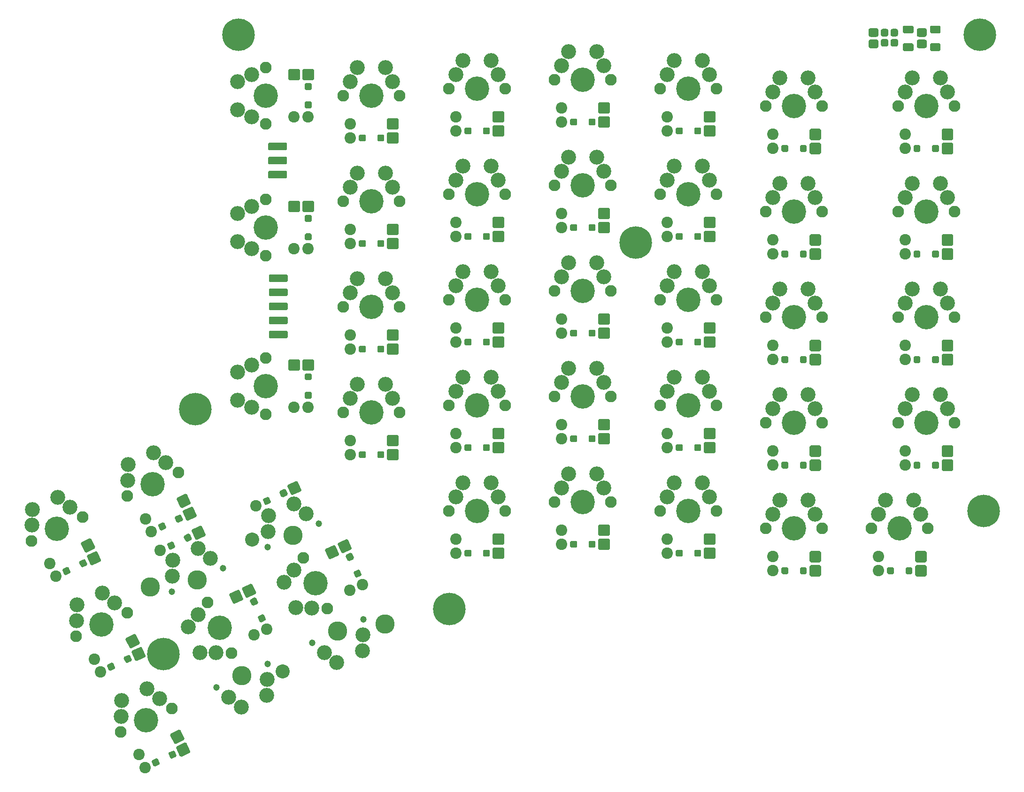
<source format=gbr>
%TF.GenerationSoftware,KiCad,Pcbnew,5.1.9*%
%TF.CreationDate,2021-04-18T19:33:57+02:00*%
%TF.ProjectId,protoMxCog,70726f74-6f4d-4784-936f-672e6b696361,rev?*%
%TF.SameCoordinates,Original*%
%TF.FileFunction,Soldermask,Top*%
%TF.FilePolarity,Negative*%
%FSLAX46Y46*%
G04 Gerber Fmt 4.6, Leading zero omitted, Abs format (unit mm)*
G04 Created by KiCad (PCBNEW 5.1.9) date 2021-04-18 19:33:57*
%MOMM*%
%LPD*%
G01*
G04 APERTURE LIST*
%ADD10C,2.692400*%
%ADD11C,1.193800*%
%ADD12C,3.479800*%
%ADD13C,4.394200*%
%ADD14C,2.108200*%
%ADD15C,2.057400*%
%ADD16C,2.540000*%
%ADD17C,5.867400*%
G04 APERTURE END LIST*
%TO.C,J2*%
G36*
G01*
X72907800Y-108690000D02*
X72907800Y-107690000D01*
G75*
G02*
X73111000Y-107486800I203200J0D01*
G01*
X76111000Y-107486800D01*
G75*
G02*
X76314200Y-107690000I0J-203200D01*
G01*
X76314200Y-108690000D01*
G75*
G02*
X76111000Y-108893200I-203200J0D01*
G01*
X73111000Y-108893200D01*
G75*
G02*
X72907800Y-108690000I0J203200D01*
G01*
G37*
G36*
G01*
X72907800Y-106150000D02*
X72907800Y-105150000D01*
G75*
G02*
X73111000Y-104946800I203200J0D01*
G01*
X76111000Y-104946800D01*
G75*
G02*
X76314200Y-105150000I0J-203200D01*
G01*
X76314200Y-106150000D01*
G75*
G02*
X76111000Y-106353200I-203200J0D01*
G01*
X73111000Y-106353200D01*
G75*
G02*
X72907800Y-106150000I0J203200D01*
G01*
G37*
G36*
G01*
X72907800Y-103610000D02*
X72907800Y-102610000D01*
G75*
G02*
X73111000Y-102406800I203200J0D01*
G01*
X76111000Y-102406800D01*
G75*
G02*
X76314200Y-102610000I0J-203200D01*
G01*
X76314200Y-103610000D01*
G75*
G02*
X76111000Y-103813200I-203200J0D01*
G01*
X73111000Y-103813200D01*
G75*
G02*
X72907800Y-103610000I0J203200D01*
G01*
G37*
G36*
G01*
X72907800Y-101070000D02*
X72907800Y-100070000D01*
G75*
G02*
X73111000Y-99866800I203200J0D01*
G01*
X76111000Y-99866800D01*
G75*
G02*
X76314200Y-100070000I0J-203200D01*
G01*
X76314200Y-101070000D01*
G75*
G02*
X76111000Y-101273200I-203200J0D01*
G01*
X73111000Y-101273200D01*
G75*
G02*
X72907800Y-101070000I0J203200D01*
G01*
G37*
G36*
G01*
X72907800Y-98530000D02*
X72907800Y-97530000D01*
G75*
G02*
X73111000Y-97326800I203200J0D01*
G01*
X76111000Y-97326800D01*
G75*
G02*
X76314200Y-97530000I0J-203200D01*
G01*
X76314200Y-98530000D01*
G75*
G02*
X76111000Y-98733200I-203200J0D01*
G01*
X73111000Y-98733200D01*
G75*
G02*
X72907800Y-98530000I0J203200D01*
G01*
G37*
%TD*%
%TO.C,J1*%
G36*
G01*
X72766800Y-74750000D02*
X72766800Y-73750000D01*
G75*
G02*
X72970000Y-73546800I203200J0D01*
G01*
X75970000Y-73546800D01*
G75*
G02*
X76173200Y-73750000I0J-203200D01*
G01*
X76173200Y-74750000D01*
G75*
G02*
X75970000Y-74953200I-203200J0D01*
G01*
X72970000Y-74953200D01*
G75*
G02*
X72766800Y-74750000I0J203200D01*
G01*
G37*
G36*
G01*
X72766800Y-77290000D02*
X72766800Y-76290000D01*
G75*
G02*
X72970000Y-76086800I203200J0D01*
G01*
X75970000Y-76086800D01*
G75*
G02*
X76173200Y-76290000I0J-203200D01*
G01*
X76173200Y-77290000D01*
G75*
G02*
X75970000Y-77493200I-203200J0D01*
G01*
X72970000Y-77493200D01*
G75*
G02*
X72766800Y-77290000I0J203200D01*
G01*
G37*
G36*
G01*
X72766800Y-79830000D02*
X72766800Y-78830000D01*
G75*
G02*
X72970000Y-78626800I203200J0D01*
G01*
X75970000Y-78626800D01*
G75*
G02*
X76173200Y-78830000I0J-203200D01*
G01*
X76173200Y-79830000D01*
G75*
G02*
X75970000Y-80033200I-203200J0D01*
G01*
X72970000Y-80033200D01*
G75*
G02*
X72766800Y-79830000I0J203200D01*
G01*
G37*
%TD*%
D10*
%TO.C,SX0:11*%
X72513303Y-173278793D03*
X65684798Y-173660397D03*
D11*
X63460336Y-171895101D03*
X72668424Y-167601299D03*
D12*
X68064380Y-169748200D03*
D10*
X72590863Y-170440046D03*
X67909259Y-175425694D03*
%TD*%
%TO.C,SX0:10*%
X89780223Y-165229533D03*
X82951718Y-165611137D03*
D11*
X80727256Y-163845841D03*
X89935344Y-159552039D03*
D12*
X85331300Y-161698940D03*
D10*
X89857783Y-162390786D03*
X85176179Y-167376434D03*
%TD*%
%TO.C,SX1:8*%
X72830577Y-140901427D03*
X79659082Y-140519823D03*
D11*
X81883544Y-142285119D03*
X72675456Y-146578921D03*
D12*
X77279500Y-144432020D03*
D10*
X72753017Y-143740174D03*
X77434621Y-138754526D03*
%TD*%
%TO.C,SX1:7*%
X55566197Y-148953227D03*
X62394702Y-148571623D03*
D11*
X64619164Y-150336919D03*
X55411076Y-154630721D03*
D12*
X60015120Y-152483820D03*
D10*
X55488637Y-151791974D03*
X60170241Y-146806326D03*
%TD*%
%TO.C,SW0:11*%
X58360986Y-160962159D03*
X63346634Y-165643763D03*
D13*
X64038480Y-161117280D03*
D14*
X66185381Y-165721324D03*
X61891579Y-156513236D03*
D10*
X60126283Y-158737698D03*
X60507887Y-165566203D03*
D15*
X70252699Y-162423412D03*
G36*
G01*
X68215252Y-156100795D02*
X66718938Y-156798537D01*
G75*
G02*
X66448900Y-156700251I-85876J184162D01*
G01*
X65751158Y-155203937D01*
G75*
G02*
X65849444Y-154933899I184162J85876D01*
G01*
X67345758Y-154236157D01*
G75*
G02*
X67615796Y-154334443I85876J-184162D01*
G01*
X68313538Y-155830757D01*
G75*
G02*
X68215252Y-156100795I-184162J-85876D01*
G01*
G37*
X72554721Y-161349962D03*
G36*
G01*
X70517274Y-155027344D02*
X69020960Y-155725086D01*
G75*
G02*
X68750922Y-155626800I-85876J184162D01*
G01*
X68053180Y-154130486D01*
G75*
G02*
X68151466Y-153860448I184162J85876D01*
G01*
X69647780Y-153162706D01*
G75*
G02*
X69917818Y-153260992I85876J-184162D01*
G01*
X70615560Y-154757306D01*
G75*
G02*
X70517274Y-155027344I-184162J-85876D01*
G01*
G37*
G36*
G01*
X72290485Y-159791629D02*
X71530816Y-160145868D01*
G75*
G02*
X71260779Y-160047583I-85876J184161D01*
G01*
X70906540Y-159287914D01*
G75*
G02*
X71004825Y-159017877I184161J85876D01*
G01*
X71764494Y-158663638D01*
G75*
G02*
X72034531Y-158761923I85876J-184161D01*
G01*
X72388770Y-159521592D01*
G75*
G02*
X72290485Y-159791629I-184161J-85876D01*
G01*
G37*
G36*
G01*
X70884265Y-156775981D02*
X70124596Y-157130220D01*
G75*
G02*
X69854559Y-157031935I-85876J184161D01*
G01*
X69500320Y-156272266D01*
G75*
G02*
X69598605Y-156002229I184161J85876D01*
G01*
X70358274Y-155647990D01*
G75*
G02*
X70628311Y-155746275I85876J-184161D01*
G01*
X70982550Y-156505944D01*
G75*
G02*
X70884265Y-156775981I-184161J-85876D01*
G01*
G37*
%TD*%
D10*
%TO.C,SW0:10*%
X75625366Y-152910359D03*
X80611014Y-157591963D03*
D13*
X81302860Y-153065480D03*
D14*
X83449761Y-157669524D03*
X79155959Y-148461436D03*
D10*
X77390663Y-150685898D03*
X77772267Y-157514403D03*
D15*
X87517079Y-154371612D03*
G36*
G01*
X85479632Y-148048995D02*
X83983318Y-148746737D01*
G75*
G02*
X83713280Y-148648451I-85876J184162D01*
G01*
X83015538Y-147152137D01*
G75*
G02*
X83113824Y-146882099I184162J85876D01*
G01*
X84610138Y-146184357D01*
G75*
G02*
X84880176Y-146282643I85876J-184162D01*
G01*
X85577918Y-147778957D01*
G75*
G02*
X85479632Y-148048995I-184162J-85876D01*
G01*
G37*
X89819101Y-153298162D03*
G36*
G01*
X87781654Y-146975544D02*
X86285340Y-147673286D01*
G75*
G02*
X86015302Y-147575000I-85876J184162D01*
G01*
X85317560Y-146078686D01*
G75*
G02*
X85415846Y-145808648I184162J85876D01*
G01*
X86912160Y-145110906D01*
G75*
G02*
X87182198Y-145209192I85876J-184162D01*
G01*
X87879940Y-146705506D01*
G75*
G02*
X87781654Y-146975544I-184162J-85876D01*
G01*
G37*
G36*
G01*
X89554865Y-151739829D02*
X88795196Y-152094068D01*
G75*
G02*
X88525159Y-151995783I-85876J184161D01*
G01*
X88170920Y-151236114D01*
G75*
G02*
X88269205Y-150966077I184161J85876D01*
G01*
X89028874Y-150611838D01*
G75*
G02*
X89298911Y-150710123I85876J-184161D01*
G01*
X89653150Y-151469792D01*
G75*
G02*
X89554865Y-151739829I-184161J-85876D01*
G01*
G37*
G36*
G01*
X88148645Y-148724181D02*
X87388976Y-149078420D01*
G75*
G02*
X87118939Y-148980135I-85876J184161D01*
G01*
X86764700Y-148220466D01*
G75*
G02*
X86862985Y-147950429I184161J85876D01*
G01*
X87622654Y-147596190D01*
G75*
G02*
X87892691Y-147694475I85876J-184161D01*
G01*
X88246930Y-148454144D01*
G75*
G02*
X88148645Y-148724181I-184161J-85876D01*
G01*
G37*
%TD*%
%TO.C,D1*%
G36*
G01*
X187246800Y-53650000D02*
X187246800Y-52650000D01*
G75*
G02*
X187450000Y-52446800I203200J0D01*
G01*
X188950000Y-52446800D01*
G75*
G02*
X189153200Y-52650000I0J-203200D01*
G01*
X189153200Y-53650000D01*
G75*
G02*
X188950000Y-53853200I-203200J0D01*
G01*
X187450000Y-53853200D01*
G75*
G02*
X187246800Y-53650000I0J203200D01*
G01*
G37*
G36*
G01*
X187246800Y-56850000D02*
X187246800Y-55850000D01*
G75*
G02*
X187450000Y-55646800I203200J0D01*
G01*
X188950000Y-55646800D01*
G75*
G02*
X189153200Y-55850000I0J-203200D01*
G01*
X189153200Y-56850000D01*
G75*
G02*
X188950000Y-57053200I-203200J0D01*
G01*
X187450000Y-57053200D01*
G75*
G02*
X187246800Y-56850000I0J203200D01*
G01*
G37*
G36*
G01*
X192146800Y-53650000D02*
X192146800Y-52650000D01*
G75*
G02*
X192350000Y-52446800I203200J0D01*
G01*
X193850000Y-52446800D01*
G75*
G02*
X194053200Y-52650000I0J-203200D01*
G01*
X194053200Y-53650000D01*
G75*
G02*
X193850000Y-53853200I-203200J0D01*
G01*
X192350000Y-53853200D01*
G75*
G02*
X192146800Y-53650000I0J203200D01*
G01*
G37*
G36*
G01*
X192146800Y-56850000D02*
X192146800Y-55850000D01*
G75*
G02*
X192350000Y-55646800I203200J0D01*
G01*
X193850000Y-55646800D01*
G75*
G02*
X194053200Y-55850000I0J-203200D01*
G01*
X194053200Y-56850000D01*
G75*
G02*
X193850000Y-57053200I-203200J0D01*
G01*
X192350000Y-57053200D01*
G75*
G02*
X192146800Y-56850000I0J203200D01*
G01*
G37*
%TD*%
%TO.C,R1*%
G36*
G01*
X183610900Y-54859300D02*
X184289100Y-54859300D01*
G75*
G02*
X184628200Y-55198400I0J-339100D01*
G01*
X184628200Y-55901600D01*
G75*
G02*
X184289100Y-56240700I-339100J0D01*
G01*
X183610900Y-56240700D01*
G75*
G02*
X183271800Y-55901600I0J339100D01*
G01*
X183271800Y-55198400D01*
G75*
G02*
X183610900Y-54859300I339100J0D01*
G01*
G37*
G36*
G01*
X183610900Y-53034300D02*
X184289100Y-53034300D01*
G75*
G02*
X184628200Y-53373400I0J-339100D01*
G01*
X184628200Y-54076600D01*
G75*
G02*
X184289100Y-54415700I-339100J0D01*
G01*
X183610900Y-54415700D01*
G75*
G02*
X183271800Y-54076600I0J339100D01*
G01*
X183271800Y-53373400D01*
G75*
G02*
X183610900Y-53034300I339100J0D01*
G01*
G37*
%TD*%
%TO.C,D2*%
G36*
G01*
X181385146Y-54971800D02*
X182514854Y-54971800D01*
G75*
G02*
X182853200Y-55310146I0J-338346D01*
G01*
X182853200Y-56189854D01*
G75*
G02*
X182514854Y-56528200I-338346J0D01*
G01*
X181385146Y-56528200D01*
G75*
G02*
X181046800Y-56189854I0J338346D01*
G01*
X181046800Y-55310146D01*
G75*
G02*
X181385146Y-54971800I338346J0D01*
G01*
G37*
G36*
G01*
X181385146Y-52921800D02*
X182514854Y-52921800D01*
G75*
G02*
X182853200Y-53260146I0J-338346D01*
G01*
X182853200Y-54139854D01*
G75*
G02*
X182514854Y-54478200I-338346J0D01*
G01*
X181385146Y-54478200D01*
G75*
G02*
X181046800Y-54139854I0J338346D01*
G01*
X181046800Y-53260146D01*
G75*
G02*
X181385146Y-52921800I338346J0D01*
G01*
G37*
%TD*%
D10*
%TO.C,SW5:13*%
X193992500Y-61925200D03*
X187642500Y-64465200D03*
D13*
X191452500Y-67005200D03*
D14*
X186372500Y-67005200D03*
X196532500Y-67005200D03*
D10*
X195262500Y-64465200D03*
X188912500Y-61925200D03*
D15*
X187642500Y-72085200D03*
G36*
G01*
X194233800Y-72910700D02*
X194233800Y-71259700D01*
G75*
G02*
X194437000Y-71056500I203200J0D01*
G01*
X196088000Y-71056500D01*
G75*
G02*
X196291200Y-71259700I0J-203200D01*
G01*
X196291200Y-72910700D01*
G75*
G02*
X196088000Y-73113900I-203200J0D01*
G01*
X194437000Y-73113900D01*
G75*
G02*
X194233800Y-72910700I0J203200D01*
G01*
G37*
X187642500Y-74625200D03*
G36*
G01*
X194233800Y-75450700D02*
X194233800Y-73799700D01*
G75*
G02*
X194437000Y-73596500I203200J0D01*
G01*
X196088000Y-73596500D01*
G75*
G02*
X196291200Y-73799700I0J-203200D01*
G01*
X196291200Y-75450700D01*
G75*
G02*
X196088000Y-75653900I-203200J0D01*
G01*
X194437000Y-75653900D01*
G75*
G02*
X194233800Y-75450700I0J203200D01*
G01*
G37*
G36*
G01*
X189166500Y-75044301D02*
X189166500Y-74206099D01*
G75*
G02*
X189369699Y-74002900I203199J0D01*
G01*
X190207901Y-74002900D01*
G75*
G02*
X190411100Y-74206099I0J-203199D01*
G01*
X190411100Y-75044301D01*
G75*
G02*
X190207901Y-75247500I-203199J0D01*
G01*
X189369699Y-75247500D01*
G75*
G02*
X189166500Y-75044301I0J203199D01*
G01*
G37*
G36*
G01*
X192493900Y-75044301D02*
X192493900Y-74206099D01*
G75*
G02*
X192697099Y-74002900I203199J0D01*
G01*
X193535301Y-74002900D01*
G75*
G02*
X193738500Y-74206099I0J-203199D01*
G01*
X193738500Y-75044301D01*
G75*
G02*
X193535301Y-75247500I-203199J0D01*
G01*
X192697099Y-75247500D01*
G75*
G02*
X192493900Y-75044301I0J203199D01*
G01*
G37*
%TD*%
D10*
%TO.C,SW5:12*%
X170180000Y-61925200D03*
X163830000Y-64465200D03*
D13*
X167640000Y-67005200D03*
D14*
X162560000Y-67005200D03*
X172720000Y-67005200D03*
D10*
X171450000Y-64465200D03*
X165100000Y-61925200D03*
D15*
X163830000Y-72085200D03*
G36*
G01*
X170421300Y-72910700D02*
X170421300Y-71259700D01*
G75*
G02*
X170624500Y-71056500I203200J0D01*
G01*
X172275500Y-71056500D01*
G75*
G02*
X172478700Y-71259700I0J-203200D01*
G01*
X172478700Y-72910700D01*
G75*
G02*
X172275500Y-73113900I-203200J0D01*
G01*
X170624500Y-73113900D01*
G75*
G02*
X170421300Y-72910700I0J203200D01*
G01*
G37*
X163830000Y-74625200D03*
G36*
G01*
X170421300Y-75450700D02*
X170421300Y-73799700D01*
G75*
G02*
X170624500Y-73596500I203200J0D01*
G01*
X172275500Y-73596500D01*
G75*
G02*
X172478700Y-73799700I0J-203200D01*
G01*
X172478700Y-75450700D01*
G75*
G02*
X172275500Y-75653900I-203200J0D01*
G01*
X170624500Y-75653900D01*
G75*
G02*
X170421300Y-75450700I0J203200D01*
G01*
G37*
G36*
G01*
X165354000Y-75044301D02*
X165354000Y-74206099D01*
G75*
G02*
X165557199Y-74002900I203199J0D01*
G01*
X166395401Y-74002900D01*
G75*
G02*
X166598600Y-74206099I0J-203199D01*
G01*
X166598600Y-75044301D01*
G75*
G02*
X166395401Y-75247500I-203199J0D01*
G01*
X165557199Y-75247500D01*
G75*
G02*
X165354000Y-75044301I0J203199D01*
G01*
G37*
G36*
G01*
X168681400Y-75044301D02*
X168681400Y-74206099D01*
G75*
G02*
X168884599Y-74002900I203199J0D01*
G01*
X169722801Y-74002900D01*
G75*
G02*
X169926000Y-74206099I0J-203199D01*
G01*
X169926000Y-75044301D01*
G75*
G02*
X169722801Y-75247500I-203199J0D01*
G01*
X168884599Y-75247500D01*
G75*
G02*
X168681400Y-75044301I0J203199D01*
G01*
G37*
%TD*%
D10*
%TO.C,SW5:11*%
X151130000Y-58747660D03*
X144780000Y-61287660D03*
D13*
X148590000Y-63827660D03*
D14*
X143510000Y-63827660D03*
X153670000Y-63827660D03*
D10*
X152400000Y-61287660D03*
X146050000Y-58747660D03*
D15*
X144780000Y-68907660D03*
G36*
G01*
X151371300Y-69733160D02*
X151371300Y-68082160D01*
G75*
G02*
X151574500Y-67878960I203200J0D01*
G01*
X153225500Y-67878960D01*
G75*
G02*
X153428700Y-68082160I0J-203200D01*
G01*
X153428700Y-69733160D01*
G75*
G02*
X153225500Y-69936360I-203200J0D01*
G01*
X151574500Y-69936360D01*
G75*
G02*
X151371300Y-69733160I0J203200D01*
G01*
G37*
X144780000Y-71447660D03*
G36*
G01*
X151371300Y-72273160D02*
X151371300Y-70622160D01*
G75*
G02*
X151574500Y-70418960I203200J0D01*
G01*
X153225500Y-70418960D01*
G75*
G02*
X153428700Y-70622160I0J-203200D01*
G01*
X153428700Y-72273160D01*
G75*
G02*
X153225500Y-72476360I-203200J0D01*
G01*
X151574500Y-72476360D01*
G75*
G02*
X151371300Y-72273160I0J203200D01*
G01*
G37*
G36*
G01*
X146304000Y-71866761D02*
X146304000Y-71028559D01*
G75*
G02*
X146507199Y-70825360I203199J0D01*
G01*
X147345401Y-70825360D01*
G75*
G02*
X147548600Y-71028559I0J-203199D01*
G01*
X147548600Y-71866761D01*
G75*
G02*
X147345401Y-72069960I-203199J0D01*
G01*
X146507199Y-72069960D01*
G75*
G02*
X146304000Y-71866761I0J203199D01*
G01*
G37*
G36*
G01*
X149631400Y-71866761D02*
X149631400Y-71028559D01*
G75*
G02*
X149834599Y-70825360I203199J0D01*
G01*
X150672801Y-70825360D01*
G75*
G02*
X150876000Y-71028559I0J-203199D01*
G01*
X150876000Y-71866761D01*
G75*
G02*
X150672801Y-72069960I-203199J0D01*
G01*
X149834599Y-72069960D01*
G75*
G02*
X149631400Y-71866761I0J203199D01*
G01*
G37*
%TD*%
D10*
%TO.C,SW5:10*%
X132080000Y-57150000D03*
X125730000Y-59690000D03*
D13*
X129540000Y-62230000D03*
D14*
X124460000Y-62230000D03*
X134620000Y-62230000D03*
D10*
X133350000Y-59690000D03*
X127000000Y-57150000D03*
D15*
X125730000Y-67310000D03*
G36*
G01*
X132321300Y-68135500D02*
X132321300Y-66484500D01*
G75*
G02*
X132524500Y-66281300I203200J0D01*
G01*
X134175500Y-66281300D01*
G75*
G02*
X134378700Y-66484500I0J-203200D01*
G01*
X134378700Y-68135500D01*
G75*
G02*
X134175500Y-68338700I-203200J0D01*
G01*
X132524500Y-68338700D01*
G75*
G02*
X132321300Y-68135500I0J203200D01*
G01*
G37*
X125730000Y-69850000D03*
G36*
G01*
X132321300Y-70675500D02*
X132321300Y-69024500D01*
G75*
G02*
X132524500Y-68821300I203200J0D01*
G01*
X134175500Y-68821300D01*
G75*
G02*
X134378700Y-69024500I0J-203200D01*
G01*
X134378700Y-70675500D01*
G75*
G02*
X134175500Y-70878700I-203200J0D01*
G01*
X132524500Y-70878700D01*
G75*
G02*
X132321300Y-70675500I0J203200D01*
G01*
G37*
G36*
G01*
X127254000Y-70269101D02*
X127254000Y-69430899D01*
G75*
G02*
X127457199Y-69227700I203199J0D01*
G01*
X128295401Y-69227700D01*
G75*
G02*
X128498600Y-69430899I0J-203199D01*
G01*
X128498600Y-70269101D01*
G75*
G02*
X128295401Y-70472300I-203199J0D01*
G01*
X127457199Y-70472300D01*
G75*
G02*
X127254000Y-70269101I0J203199D01*
G01*
G37*
G36*
G01*
X130581400Y-70269101D02*
X130581400Y-69430899D01*
G75*
G02*
X130784599Y-69227700I203199J0D01*
G01*
X131622801Y-69227700D01*
G75*
G02*
X131826000Y-69430899I0J-203199D01*
G01*
X131826000Y-70269101D01*
G75*
G02*
X131622801Y-70472300I-203199J0D01*
G01*
X130784599Y-70472300D01*
G75*
G02*
X130581400Y-70269101I0J203199D01*
G01*
G37*
%TD*%
D10*
%TO.C,SW5:9*%
X113030000Y-58747660D03*
X106680000Y-61287660D03*
D13*
X110490000Y-63827660D03*
D14*
X105410000Y-63827660D03*
X115570000Y-63827660D03*
D10*
X114300000Y-61287660D03*
X107950000Y-58747660D03*
D15*
X106680000Y-68907660D03*
G36*
G01*
X113271300Y-69733160D02*
X113271300Y-68082160D01*
G75*
G02*
X113474500Y-67878960I203200J0D01*
G01*
X115125500Y-67878960D01*
G75*
G02*
X115328700Y-68082160I0J-203200D01*
G01*
X115328700Y-69733160D01*
G75*
G02*
X115125500Y-69936360I-203200J0D01*
G01*
X113474500Y-69936360D01*
G75*
G02*
X113271300Y-69733160I0J203200D01*
G01*
G37*
X106680000Y-71447660D03*
G36*
G01*
X113271300Y-72273160D02*
X113271300Y-70622160D01*
G75*
G02*
X113474500Y-70418960I203200J0D01*
G01*
X115125500Y-70418960D01*
G75*
G02*
X115328700Y-70622160I0J-203200D01*
G01*
X115328700Y-72273160D01*
G75*
G02*
X115125500Y-72476360I-203200J0D01*
G01*
X113474500Y-72476360D01*
G75*
G02*
X113271300Y-72273160I0J203200D01*
G01*
G37*
G36*
G01*
X108204000Y-71866761D02*
X108204000Y-71028559D01*
G75*
G02*
X108407199Y-70825360I203199J0D01*
G01*
X109245401Y-70825360D01*
G75*
G02*
X109448600Y-71028559I0J-203199D01*
G01*
X109448600Y-71866761D01*
G75*
G02*
X109245401Y-72069960I-203199J0D01*
G01*
X108407199Y-72069960D01*
G75*
G02*
X108204000Y-71866761I0J203199D01*
G01*
G37*
G36*
G01*
X111531400Y-71866761D02*
X111531400Y-71028559D01*
G75*
G02*
X111734599Y-70825360I203199J0D01*
G01*
X112572801Y-70825360D01*
G75*
G02*
X112776000Y-71028559I0J-203199D01*
G01*
X112776000Y-71866761D01*
G75*
G02*
X112572801Y-72069960I-203199J0D01*
G01*
X111734599Y-72069960D01*
G75*
G02*
X111531400Y-71866761I0J203199D01*
G01*
G37*
%TD*%
D10*
%TO.C,SW5:8*%
X93980000Y-60020200D03*
X87630000Y-62560200D03*
D13*
X91440000Y-65100200D03*
D14*
X86360000Y-65100200D03*
X96520000Y-65100200D03*
D10*
X95250000Y-62560200D03*
X88900000Y-60020200D03*
D15*
X87630000Y-70180200D03*
G36*
G01*
X94221300Y-71005700D02*
X94221300Y-69354700D01*
G75*
G02*
X94424500Y-69151500I203200J0D01*
G01*
X96075500Y-69151500D01*
G75*
G02*
X96278700Y-69354700I0J-203200D01*
G01*
X96278700Y-71005700D01*
G75*
G02*
X96075500Y-71208900I-203200J0D01*
G01*
X94424500Y-71208900D01*
G75*
G02*
X94221300Y-71005700I0J203200D01*
G01*
G37*
X87630000Y-72720200D03*
G36*
G01*
X94221300Y-73545700D02*
X94221300Y-71894700D01*
G75*
G02*
X94424500Y-71691500I203200J0D01*
G01*
X96075500Y-71691500D01*
G75*
G02*
X96278700Y-71894700I0J-203200D01*
G01*
X96278700Y-73545700D01*
G75*
G02*
X96075500Y-73748900I-203200J0D01*
G01*
X94424500Y-73748900D01*
G75*
G02*
X94221300Y-73545700I0J203200D01*
G01*
G37*
G36*
G01*
X89154000Y-73139301D02*
X89154000Y-72301099D01*
G75*
G02*
X89357199Y-72097900I203199J0D01*
G01*
X90195401Y-72097900D01*
G75*
G02*
X90398600Y-72301099I0J-203199D01*
G01*
X90398600Y-73139301D01*
G75*
G02*
X90195401Y-73342500I-203199J0D01*
G01*
X89357199Y-73342500D01*
G75*
G02*
X89154000Y-73139301I0J203199D01*
G01*
G37*
G36*
G01*
X92481400Y-73139301D02*
X92481400Y-72301099D01*
G75*
G02*
X92684599Y-72097900I203199J0D01*
G01*
X93522801Y-72097900D01*
G75*
G02*
X93726000Y-72301099I0J-203199D01*
G01*
X93726000Y-73139301D01*
G75*
G02*
X93522801Y-73342500I-203199J0D01*
G01*
X92684599Y-73342500D01*
G75*
G02*
X92481400Y-73139301I0J203199D01*
G01*
G37*
%TD*%
D10*
%TO.C,SW5:7*%
X67310000Y-62560200D03*
X69850000Y-68910200D03*
D13*
X72390000Y-65100200D03*
D14*
X72390000Y-70180200D03*
X72390000Y-60020200D03*
D10*
X69850000Y-61290200D03*
X67310000Y-67640200D03*
D15*
X77470000Y-68910200D03*
G36*
G01*
X78295500Y-62318900D02*
X76644500Y-62318900D01*
G75*
G02*
X76441300Y-62115700I0J203200D01*
G01*
X76441300Y-60464700D01*
G75*
G02*
X76644500Y-60261500I203200J0D01*
G01*
X78295500Y-60261500D01*
G75*
G02*
X78498700Y-60464700I0J-203200D01*
G01*
X78498700Y-62115700D01*
G75*
G02*
X78295500Y-62318900I-203200J0D01*
G01*
G37*
X80010000Y-68910200D03*
G36*
G01*
X80835500Y-62318900D02*
X79184500Y-62318900D01*
G75*
G02*
X78981300Y-62115700I0J203200D01*
G01*
X78981300Y-60464700D01*
G75*
G02*
X79184500Y-60261500I203200J0D01*
G01*
X80835500Y-60261500D01*
G75*
G02*
X81038700Y-60464700I0J-203200D01*
G01*
X81038700Y-62115700D01*
G75*
G02*
X80835500Y-62318900I-203200J0D01*
G01*
G37*
G36*
G01*
X80429101Y-67386200D02*
X79590899Y-67386200D01*
G75*
G02*
X79387700Y-67183001I0J203199D01*
G01*
X79387700Y-66344799D01*
G75*
G02*
X79590899Y-66141600I203199J0D01*
G01*
X80429101Y-66141600D01*
G75*
G02*
X80632300Y-66344799I0J-203199D01*
G01*
X80632300Y-67183001D01*
G75*
G02*
X80429101Y-67386200I-203199J0D01*
G01*
G37*
G36*
G01*
X80429101Y-64058800D02*
X79590899Y-64058800D01*
G75*
G02*
X79387700Y-63855601I0J203199D01*
G01*
X79387700Y-63017399D01*
G75*
G02*
X79590899Y-62814200I203199J0D01*
G01*
X80429101Y-62814200D01*
G75*
G02*
X80632300Y-63017399I0J-203199D01*
G01*
X80632300Y-63855601D01*
G75*
G02*
X80429101Y-64058800I-203199J0D01*
G01*
G37*
%TD*%
D10*
%TO.C,SW4:13*%
X193992500Y-80972660D03*
X187642500Y-83512660D03*
D13*
X191452500Y-86052660D03*
D14*
X186372500Y-86052660D03*
X196532500Y-86052660D03*
D10*
X195262500Y-83512660D03*
X188912500Y-80972660D03*
D15*
X187642500Y-91132660D03*
G36*
G01*
X194233800Y-91958160D02*
X194233800Y-90307160D01*
G75*
G02*
X194437000Y-90103960I203200J0D01*
G01*
X196088000Y-90103960D01*
G75*
G02*
X196291200Y-90307160I0J-203200D01*
G01*
X196291200Y-91958160D01*
G75*
G02*
X196088000Y-92161360I-203200J0D01*
G01*
X194437000Y-92161360D01*
G75*
G02*
X194233800Y-91958160I0J203200D01*
G01*
G37*
X187642500Y-93672660D03*
G36*
G01*
X194233800Y-94498160D02*
X194233800Y-92847160D01*
G75*
G02*
X194437000Y-92643960I203200J0D01*
G01*
X196088000Y-92643960D01*
G75*
G02*
X196291200Y-92847160I0J-203200D01*
G01*
X196291200Y-94498160D01*
G75*
G02*
X196088000Y-94701360I-203200J0D01*
G01*
X194437000Y-94701360D01*
G75*
G02*
X194233800Y-94498160I0J203200D01*
G01*
G37*
G36*
G01*
X189166500Y-94091761D02*
X189166500Y-93253559D01*
G75*
G02*
X189369699Y-93050360I203199J0D01*
G01*
X190207901Y-93050360D01*
G75*
G02*
X190411100Y-93253559I0J-203199D01*
G01*
X190411100Y-94091761D01*
G75*
G02*
X190207901Y-94294960I-203199J0D01*
G01*
X189369699Y-94294960D01*
G75*
G02*
X189166500Y-94091761I0J203199D01*
G01*
G37*
G36*
G01*
X192493900Y-94091761D02*
X192493900Y-93253559D01*
G75*
G02*
X192697099Y-93050360I203199J0D01*
G01*
X193535301Y-93050360D01*
G75*
G02*
X193738500Y-93253559I0J-203199D01*
G01*
X193738500Y-94091761D01*
G75*
G02*
X193535301Y-94294960I-203199J0D01*
G01*
X192697099Y-94294960D01*
G75*
G02*
X192493900Y-94091761I0J203199D01*
G01*
G37*
%TD*%
D10*
%TO.C,SW4:12*%
X170180000Y-80972660D03*
X163830000Y-83512660D03*
D13*
X167640000Y-86052660D03*
D14*
X162560000Y-86052660D03*
X172720000Y-86052660D03*
D10*
X171450000Y-83512660D03*
X165100000Y-80972660D03*
D15*
X163830000Y-91132660D03*
G36*
G01*
X170421300Y-91958160D02*
X170421300Y-90307160D01*
G75*
G02*
X170624500Y-90103960I203200J0D01*
G01*
X172275500Y-90103960D01*
G75*
G02*
X172478700Y-90307160I0J-203200D01*
G01*
X172478700Y-91958160D01*
G75*
G02*
X172275500Y-92161360I-203200J0D01*
G01*
X170624500Y-92161360D01*
G75*
G02*
X170421300Y-91958160I0J203200D01*
G01*
G37*
X163830000Y-93672660D03*
G36*
G01*
X170421300Y-94498160D02*
X170421300Y-92847160D01*
G75*
G02*
X170624500Y-92643960I203200J0D01*
G01*
X172275500Y-92643960D01*
G75*
G02*
X172478700Y-92847160I0J-203200D01*
G01*
X172478700Y-94498160D01*
G75*
G02*
X172275500Y-94701360I-203200J0D01*
G01*
X170624500Y-94701360D01*
G75*
G02*
X170421300Y-94498160I0J203200D01*
G01*
G37*
G36*
G01*
X165354000Y-94091761D02*
X165354000Y-93253559D01*
G75*
G02*
X165557199Y-93050360I203199J0D01*
G01*
X166395401Y-93050360D01*
G75*
G02*
X166598600Y-93253559I0J-203199D01*
G01*
X166598600Y-94091761D01*
G75*
G02*
X166395401Y-94294960I-203199J0D01*
G01*
X165557199Y-94294960D01*
G75*
G02*
X165354000Y-94091761I0J203199D01*
G01*
G37*
G36*
G01*
X168681400Y-94091761D02*
X168681400Y-93253559D01*
G75*
G02*
X168884599Y-93050360I203199J0D01*
G01*
X169722801Y-93050360D01*
G75*
G02*
X169926000Y-93253559I0J-203199D01*
G01*
X169926000Y-94091761D01*
G75*
G02*
X169722801Y-94294960I-203199J0D01*
G01*
X168884599Y-94294960D01*
G75*
G02*
X168681400Y-94091761I0J203199D01*
G01*
G37*
%TD*%
D10*
%TO.C,SW4:11*%
X151130000Y-77797660D03*
X144780000Y-80337660D03*
D13*
X148590000Y-82877660D03*
D14*
X143510000Y-82877660D03*
X153670000Y-82877660D03*
D10*
X152400000Y-80337660D03*
X146050000Y-77797660D03*
D15*
X144780000Y-87957660D03*
G36*
G01*
X151371300Y-88783160D02*
X151371300Y-87132160D01*
G75*
G02*
X151574500Y-86928960I203200J0D01*
G01*
X153225500Y-86928960D01*
G75*
G02*
X153428700Y-87132160I0J-203200D01*
G01*
X153428700Y-88783160D01*
G75*
G02*
X153225500Y-88986360I-203200J0D01*
G01*
X151574500Y-88986360D01*
G75*
G02*
X151371300Y-88783160I0J203200D01*
G01*
G37*
X144780000Y-90497660D03*
G36*
G01*
X151371300Y-91323160D02*
X151371300Y-89672160D01*
G75*
G02*
X151574500Y-89468960I203200J0D01*
G01*
X153225500Y-89468960D01*
G75*
G02*
X153428700Y-89672160I0J-203200D01*
G01*
X153428700Y-91323160D01*
G75*
G02*
X153225500Y-91526360I-203200J0D01*
G01*
X151574500Y-91526360D01*
G75*
G02*
X151371300Y-91323160I0J203200D01*
G01*
G37*
G36*
G01*
X146304000Y-90916761D02*
X146304000Y-90078559D01*
G75*
G02*
X146507199Y-89875360I203199J0D01*
G01*
X147345401Y-89875360D01*
G75*
G02*
X147548600Y-90078559I0J-203199D01*
G01*
X147548600Y-90916761D01*
G75*
G02*
X147345401Y-91119960I-203199J0D01*
G01*
X146507199Y-91119960D01*
G75*
G02*
X146304000Y-90916761I0J203199D01*
G01*
G37*
G36*
G01*
X149631400Y-90916761D02*
X149631400Y-90078559D01*
G75*
G02*
X149834599Y-89875360I203199J0D01*
G01*
X150672801Y-89875360D01*
G75*
G02*
X150876000Y-90078559I0J-203199D01*
G01*
X150876000Y-90916761D01*
G75*
G02*
X150672801Y-91119960I-203199J0D01*
G01*
X149834599Y-91119960D01*
G75*
G02*
X149631400Y-90916761I0J203199D01*
G01*
G37*
%TD*%
D10*
%TO.C,SW4:10*%
X132080000Y-76200000D03*
X125730000Y-78740000D03*
D13*
X129540000Y-81280000D03*
D14*
X124460000Y-81280000D03*
X134620000Y-81280000D03*
D10*
X133350000Y-78740000D03*
X127000000Y-76200000D03*
D15*
X125730000Y-86360000D03*
G36*
G01*
X132321300Y-87185500D02*
X132321300Y-85534500D01*
G75*
G02*
X132524500Y-85331300I203200J0D01*
G01*
X134175500Y-85331300D01*
G75*
G02*
X134378700Y-85534500I0J-203200D01*
G01*
X134378700Y-87185500D01*
G75*
G02*
X134175500Y-87388700I-203200J0D01*
G01*
X132524500Y-87388700D01*
G75*
G02*
X132321300Y-87185500I0J203200D01*
G01*
G37*
X125730000Y-88900000D03*
G36*
G01*
X132321300Y-89725500D02*
X132321300Y-88074500D01*
G75*
G02*
X132524500Y-87871300I203200J0D01*
G01*
X134175500Y-87871300D01*
G75*
G02*
X134378700Y-88074500I0J-203200D01*
G01*
X134378700Y-89725500D01*
G75*
G02*
X134175500Y-89928700I-203200J0D01*
G01*
X132524500Y-89928700D01*
G75*
G02*
X132321300Y-89725500I0J203200D01*
G01*
G37*
G36*
G01*
X127254000Y-89319101D02*
X127254000Y-88480899D01*
G75*
G02*
X127457199Y-88277700I203199J0D01*
G01*
X128295401Y-88277700D01*
G75*
G02*
X128498600Y-88480899I0J-203199D01*
G01*
X128498600Y-89319101D01*
G75*
G02*
X128295401Y-89522300I-203199J0D01*
G01*
X127457199Y-89522300D01*
G75*
G02*
X127254000Y-89319101I0J203199D01*
G01*
G37*
G36*
G01*
X130581400Y-89319101D02*
X130581400Y-88480899D01*
G75*
G02*
X130784599Y-88277700I203199J0D01*
G01*
X131622801Y-88277700D01*
G75*
G02*
X131826000Y-88480899I0J-203199D01*
G01*
X131826000Y-89319101D01*
G75*
G02*
X131622801Y-89522300I-203199J0D01*
G01*
X130784599Y-89522300D01*
G75*
G02*
X130581400Y-89319101I0J203199D01*
G01*
G37*
%TD*%
D10*
%TO.C,SW4:9*%
X113030000Y-77797660D03*
X106680000Y-80337660D03*
D13*
X110490000Y-82877660D03*
D14*
X105410000Y-82877660D03*
X115570000Y-82877660D03*
D10*
X114300000Y-80337660D03*
X107950000Y-77797660D03*
D15*
X106680000Y-87957660D03*
G36*
G01*
X113271300Y-88783160D02*
X113271300Y-87132160D01*
G75*
G02*
X113474500Y-86928960I203200J0D01*
G01*
X115125500Y-86928960D01*
G75*
G02*
X115328700Y-87132160I0J-203200D01*
G01*
X115328700Y-88783160D01*
G75*
G02*
X115125500Y-88986360I-203200J0D01*
G01*
X113474500Y-88986360D01*
G75*
G02*
X113271300Y-88783160I0J203200D01*
G01*
G37*
X106680000Y-90497660D03*
G36*
G01*
X113271300Y-91323160D02*
X113271300Y-89672160D01*
G75*
G02*
X113474500Y-89468960I203200J0D01*
G01*
X115125500Y-89468960D01*
G75*
G02*
X115328700Y-89672160I0J-203200D01*
G01*
X115328700Y-91323160D01*
G75*
G02*
X115125500Y-91526360I-203200J0D01*
G01*
X113474500Y-91526360D01*
G75*
G02*
X113271300Y-91323160I0J203200D01*
G01*
G37*
G36*
G01*
X108204000Y-90916761D02*
X108204000Y-90078559D01*
G75*
G02*
X108407199Y-89875360I203199J0D01*
G01*
X109245401Y-89875360D01*
G75*
G02*
X109448600Y-90078559I0J-203199D01*
G01*
X109448600Y-90916761D01*
G75*
G02*
X109245401Y-91119960I-203199J0D01*
G01*
X108407199Y-91119960D01*
G75*
G02*
X108204000Y-90916761I0J203199D01*
G01*
G37*
G36*
G01*
X111531400Y-90916761D02*
X111531400Y-90078559D01*
G75*
G02*
X111734599Y-89875360I203199J0D01*
G01*
X112572801Y-89875360D01*
G75*
G02*
X112776000Y-90078559I0J-203199D01*
G01*
X112776000Y-90916761D01*
G75*
G02*
X112572801Y-91119960I-203199J0D01*
G01*
X111734599Y-91119960D01*
G75*
G02*
X111531400Y-90916761I0J203199D01*
G01*
G37*
%TD*%
D10*
%TO.C,SW4:8*%
X93980000Y-79067660D03*
X87630000Y-81607660D03*
D13*
X91440000Y-84147660D03*
D14*
X86360000Y-84147660D03*
X96520000Y-84147660D03*
D10*
X95250000Y-81607660D03*
X88900000Y-79067660D03*
D15*
X87630000Y-89227660D03*
G36*
G01*
X94221300Y-90053160D02*
X94221300Y-88402160D01*
G75*
G02*
X94424500Y-88198960I203200J0D01*
G01*
X96075500Y-88198960D01*
G75*
G02*
X96278700Y-88402160I0J-203200D01*
G01*
X96278700Y-90053160D01*
G75*
G02*
X96075500Y-90256360I-203200J0D01*
G01*
X94424500Y-90256360D01*
G75*
G02*
X94221300Y-90053160I0J203200D01*
G01*
G37*
X87630000Y-91767660D03*
G36*
G01*
X94221300Y-92593160D02*
X94221300Y-90942160D01*
G75*
G02*
X94424500Y-90738960I203200J0D01*
G01*
X96075500Y-90738960D01*
G75*
G02*
X96278700Y-90942160I0J-203200D01*
G01*
X96278700Y-92593160D01*
G75*
G02*
X96075500Y-92796360I-203200J0D01*
G01*
X94424500Y-92796360D01*
G75*
G02*
X94221300Y-92593160I0J203200D01*
G01*
G37*
G36*
G01*
X89154000Y-92186761D02*
X89154000Y-91348559D01*
G75*
G02*
X89357199Y-91145360I203199J0D01*
G01*
X90195401Y-91145360D01*
G75*
G02*
X90398600Y-91348559I0J-203199D01*
G01*
X90398600Y-92186761D01*
G75*
G02*
X90195401Y-92389960I-203199J0D01*
G01*
X89357199Y-92389960D01*
G75*
G02*
X89154000Y-92186761I0J203199D01*
G01*
G37*
G36*
G01*
X92481400Y-92186761D02*
X92481400Y-91348559D01*
G75*
G02*
X92684599Y-91145360I203199J0D01*
G01*
X93522801Y-91145360D01*
G75*
G02*
X93726000Y-91348559I0J-203199D01*
G01*
X93726000Y-92186761D01*
G75*
G02*
X93522801Y-92389960I-203199J0D01*
G01*
X92684599Y-92389960D01*
G75*
G02*
X92481400Y-92186761I0J203199D01*
G01*
G37*
%TD*%
D10*
%TO.C,SW4:7*%
X67310000Y-86370160D03*
X69850000Y-92720160D03*
D13*
X72390000Y-88910160D03*
D14*
X72390000Y-93990160D03*
X72390000Y-83830160D03*
D10*
X69850000Y-85100160D03*
X67310000Y-91450160D03*
D15*
X77470000Y-92720160D03*
G36*
G01*
X78295500Y-86128860D02*
X76644500Y-86128860D01*
G75*
G02*
X76441300Y-85925660I0J203200D01*
G01*
X76441300Y-84274660D01*
G75*
G02*
X76644500Y-84071460I203200J0D01*
G01*
X78295500Y-84071460D01*
G75*
G02*
X78498700Y-84274660I0J-203200D01*
G01*
X78498700Y-85925660D01*
G75*
G02*
X78295500Y-86128860I-203200J0D01*
G01*
G37*
X80010000Y-92720160D03*
G36*
G01*
X80835500Y-86128860D02*
X79184500Y-86128860D01*
G75*
G02*
X78981300Y-85925660I0J203200D01*
G01*
X78981300Y-84274660D01*
G75*
G02*
X79184500Y-84071460I203200J0D01*
G01*
X80835500Y-84071460D01*
G75*
G02*
X81038700Y-84274660I0J-203200D01*
G01*
X81038700Y-85925660D01*
G75*
G02*
X80835500Y-86128860I-203200J0D01*
G01*
G37*
G36*
G01*
X80429101Y-91196160D02*
X79590899Y-91196160D01*
G75*
G02*
X79387700Y-90992961I0J203199D01*
G01*
X79387700Y-90154759D01*
G75*
G02*
X79590899Y-89951560I203199J0D01*
G01*
X80429101Y-89951560D01*
G75*
G02*
X80632300Y-90154759I0J-203199D01*
G01*
X80632300Y-90992961D01*
G75*
G02*
X80429101Y-91196160I-203199J0D01*
G01*
G37*
G36*
G01*
X80429101Y-87868760D02*
X79590899Y-87868760D01*
G75*
G02*
X79387700Y-87665561I0J203199D01*
G01*
X79387700Y-86827359D01*
G75*
G02*
X79590899Y-86624160I203199J0D01*
G01*
X80429101Y-86624160D01*
G75*
G02*
X80632300Y-86827359I0J-203199D01*
G01*
X80632300Y-87665561D01*
G75*
G02*
X80429101Y-87868760I-203199J0D01*
G01*
G37*
%TD*%
D10*
%TO.C,SW3:13*%
X193992500Y-100022660D03*
X187642500Y-102562660D03*
D13*
X191452500Y-105102660D03*
D14*
X186372500Y-105102660D03*
X196532500Y-105102660D03*
D10*
X195262500Y-102562660D03*
X188912500Y-100022660D03*
D15*
X187642500Y-110182660D03*
G36*
G01*
X194233800Y-111008160D02*
X194233800Y-109357160D01*
G75*
G02*
X194437000Y-109153960I203200J0D01*
G01*
X196088000Y-109153960D01*
G75*
G02*
X196291200Y-109357160I0J-203200D01*
G01*
X196291200Y-111008160D01*
G75*
G02*
X196088000Y-111211360I-203200J0D01*
G01*
X194437000Y-111211360D01*
G75*
G02*
X194233800Y-111008160I0J203200D01*
G01*
G37*
X187642500Y-112722660D03*
G36*
G01*
X194233800Y-113548160D02*
X194233800Y-111897160D01*
G75*
G02*
X194437000Y-111693960I203200J0D01*
G01*
X196088000Y-111693960D01*
G75*
G02*
X196291200Y-111897160I0J-203200D01*
G01*
X196291200Y-113548160D01*
G75*
G02*
X196088000Y-113751360I-203200J0D01*
G01*
X194437000Y-113751360D01*
G75*
G02*
X194233800Y-113548160I0J203200D01*
G01*
G37*
G36*
G01*
X189166500Y-113141761D02*
X189166500Y-112303559D01*
G75*
G02*
X189369699Y-112100360I203199J0D01*
G01*
X190207901Y-112100360D01*
G75*
G02*
X190411100Y-112303559I0J-203199D01*
G01*
X190411100Y-113141761D01*
G75*
G02*
X190207901Y-113344960I-203199J0D01*
G01*
X189369699Y-113344960D01*
G75*
G02*
X189166500Y-113141761I0J203199D01*
G01*
G37*
G36*
G01*
X192493900Y-113141761D02*
X192493900Y-112303559D01*
G75*
G02*
X192697099Y-112100360I203199J0D01*
G01*
X193535301Y-112100360D01*
G75*
G02*
X193738500Y-112303559I0J-203199D01*
G01*
X193738500Y-113141761D01*
G75*
G02*
X193535301Y-113344960I-203199J0D01*
G01*
X192697099Y-113344960D01*
G75*
G02*
X192493900Y-113141761I0J203199D01*
G01*
G37*
%TD*%
D10*
%TO.C,SW3:12*%
X170180000Y-100022660D03*
X163830000Y-102562660D03*
D13*
X167640000Y-105102660D03*
D14*
X162560000Y-105102660D03*
X172720000Y-105102660D03*
D10*
X171450000Y-102562660D03*
X165100000Y-100022660D03*
D15*
X163830000Y-110182660D03*
G36*
G01*
X170421300Y-111008160D02*
X170421300Y-109357160D01*
G75*
G02*
X170624500Y-109153960I203200J0D01*
G01*
X172275500Y-109153960D01*
G75*
G02*
X172478700Y-109357160I0J-203200D01*
G01*
X172478700Y-111008160D01*
G75*
G02*
X172275500Y-111211360I-203200J0D01*
G01*
X170624500Y-111211360D01*
G75*
G02*
X170421300Y-111008160I0J203200D01*
G01*
G37*
X163830000Y-112722660D03*
G36*
G01*
X170421300Y-113548160D02*
X170421300Y-111897160D01*
G75*
G02*
X170624500Y-111693960I203200J0D01*
G01*
X172275500Y-111693960D01*
G75*
G02*
X172478700Y-111897160I0J-203200D01*
G01*
X172478700Y-113548160D01*
G75*
G02*
X172275500Y-113751360I-203200J0D01*
G01*
X170624500Y-113751360D01*
G75*
G02*
X170421300Y-113548160I0J203200D01*
G01*
G37*
G36*
G01*
X165354000Y-113141761D02*
X165354000Y-112303559D01*
G75*
G02*
X165557199Y-112100360I203199J0D01*
G01*
X166395401Y-112100360D01*
G75*
G02*
X166598600Y-112303559I0J-203199D01*
G01*
X166598600Y-113141761D01*
G75*
G02*
X166395401Y-113344960I-203199J0D01*
G01*
X165557199Y-113344960D01*
G75*
G02*
X165354000Y-113141761I0J203199D01*
G01*
G37*
G36*
G01*
X168681400Y-113141761D02*
X168681400Y-112303559D01*
G75*
G02*
X168884599Y-112100360I203199J0D01*
G01*
X169722801Y-112100360D01*
G75*
G02*
X169926000Y-112303559I0J-203199D01*
G01*
X169926000Y-113141761D01*
G75*
G02*
X169722801Y-113344960I-203199J0D01*
G01*
X168884599Y-113344960D01*
G75*
G02*
X168681400Y-113141761I0J203199D01*
G01*
G37*
%TD*%
D10*
%TO.C,SW3:11*%
X151130000Y-96847660D03*
X144780000Y-99387660D03*
D13*
X148590000Y-101927660D03*
D14*
X143510000Y-101927660D03*
X153670000Y-101927660D03*
D10*
X152400000Y-99387660D03*
X146050000Y-96847660D03*
D15*
X144780000Y-107007660D03*
G36*
G01*
X151371300Y-107833160D02*
X151371300Y-106182160D01*
G75*
G02*
X151574500Y-105978960I203200J0D01*
G01*
X153225500Y-105978960D01*
G75*
G02*
X153428700Y-106182160I0J-203200D01*
G01*
X153428700Y-107833160D01*
G75*
G02*
X153225500Y-108036360I-203200J0D01*
G01*
X151574500Y-108036360D01*
G75*
G02*
X151371300Y-107833160I0J203200D01*
G01*
G37*
X144780000Y-109547660D03*
G36*
G01*
X151371300Y-110373160D02*
X151371300Y-108722160D01*
G75*
G02*
X151574500Y-108518960I203200J0D01*
G01*
X153225500Y-108518960D01*
G75*
G02*
X153428700Y-108722160I0J-203200D01*
G01*
X153428700Y-110373160D01*
G75*
G02*
X153225500Y-110576360I-203200J0D01*
G01*
X151574500Y-110576360D01*
G75*
G02*
X151371300Y-110373160I0J203200D01*
G01*
G37*
G36*
G01*
X146304000Y-109966761D02*
X146304000Y-109128559D01*
G75*
G02*
X146507199Y-108925360I203199J0D01*
G01*
X147345401Y-108925360D01*
G75*
G02*
X147548600Y-109128559I0J-203199D01*
G01*
X147548600Y-109966761D01*
G75*
G02*
X147345401Y-110169960I-203199J0D01*
G01*
X146507199Y-110169960D01*
G75*
G02*
X146304000Y-109966761I0J203199D01*
G01*
G37*
G36*
G01*
X149631400Y-109966761D02*
X149631400Y-109128559D01*
G75*
G02*
X149834599Y-108925360I203199J0D01*
G01*
X150672801Y-108925360D01*
G75*
G02*
X150876000Y-109128559I0J-203199D01*
G01*
X150876000Y-109966761D01*
G75*
G02*
X150672801Y-110169960I-203199J0D01*
G01*
X149834599Y-110169960D01*
G75*
G02*
X149631400Y-109966761I0J203199D01*
G01*
G37*
%TD*%
D10*
%TO.C,SW3:10*%
X132080000Y-95250000D03*
X125730000Y-97790000D03*
D13*
X129540000Y-100330000D03*
D14*
X124460000Y-100330000D03*
X134620000Y-100330000D03*
D10*
X133350000Y-97790000D03*
X127000000Y-95250000D03*
D15*
X125730000Y-105410000D03*
G36*
G01*
X132321300Y-106235500D02*
X132321300Y-104584500D01*
G75*
G02*
X132524500Y-104381300I203200J0D01*
G01*
X134175500Y-104381300D01*
G75*
G02*
X134378700Y-104584500I0J-203200D01*
G01*
X134378700Y-106235500D01*
G75*
G02*
X134175500Y-106438700I-203200J0D01*
G01*
X132524500Y-106438700D01*
G75*
G02*
X132321300Y-106235500I0J203200D01*
G01*
G37*
X125730000Y-107950000D03*
G36*
G01*
X132321300Y-108775500D02*
X132321300Y-107124500D01*
G75*
G02*
X132524500Y-106921300I203200J0D01*
G01*
X134175500Y-106921300D01*
G75*
G02*
X134378700Y-107124500I0J-203200D01*
G01*
X134378700Y-108775500D01*
G75*
G02*
X134175500Y-108978700I-203200J0D01*
G01*
X132524500Y-108978700D01*
G75*
G02*
X132321300Y-108775500I0J203200D01*
G01*
G37*
G36*
G01*
X127254000Y-108369101D02*
X127254000Y-107530899D01*
G75*
G02*
X127457199Y-107327700I203199J0D01*
G01*
X128295401Y-107327700D01*
G75*
G02*
X128498600Y-107530899I0J-203199D01*
G01*
X128498600Y-108369101D01*
G75*
G02*
X128295401Y-108572300I-203199J0D01*
G01*
X127457199Y-108572300D01*
G75*
G02*
X127254000Y-108369101I0J203199D01*
G01*
G37*
G36*
G01*
X130581400Y-108369101D02*
X130581400Y-107530899D01*
G75*
G02*
X130784599Y-107327700I203199J0D01*
G01*
X131622801Y-107327700D01*
G75*
G02*
X131826000Y-107530899I0J-203199D01*
G01*
X131826000Y-108369101D01*
G75*
G02*
X131622801Y-108572300I-203199J0D01*
G01*
X130784599Y-108572300D01*
G75*
G02*
X130581400Y-108369101I0J203199D01*
G01*
G37*
%TD*%
D10*
%TO.C,SW3:9*%
X113030000Y-96847660D03*
X106680000Y-99387660D03*
D13*
X110490000Y-101927660D03*
D14*
X105410000Y-101927660D03*
X115570000Y-101927660D03*
D10*
X114300000Y-99387660D03*
X107950000Y-96847660D03*
D15*
X106680000Y-107007660D03*
G36*
G01*
X113271300Y-107833160D02*
X113271300Y-106182160D01*
G75*
G02*
X113474500Y-105978960I203200J0D01*
G01*
X115125500Y-105978960D01*
G75*
G02*
X115328700Y-106182160I0J-203200D01*
G01*
X115328700Y-107833160D01*
G75*
G02*
X115125500Y-108036360I-203200J0D01*
G01*
X113474500Y-108036360D01*
G75*
G02*
X113271300Y-107833160I0J203200D01*
G01*
G37*
X106680000Y-109547660D03*
G36*
G01*
X113271300Y-110373160D02*
X113271300Y-108722160D01*
G75*
G02*
X113474500Y-108518960I203200J0D01*
G01*
X115125500Y-108518960D01*
G75*
G02*
X115328700Y-108722160I0J-203200D01*
G01*
X115328700Y-110373160D01*
G75*
G02*
X115125500Y-110576360I-203200J0D01*
G01*
X113474500Y-110576360D01*
G75*
G02*
X113271300Y-110373160I0J203200D01*
G01*
G37*
G36*
G01*
X108204000Y-109966761D02*
X108204000Y-109128559D01*
G75*
G02*
X108407199Y-108925360I203199J0D01*
G01*
X109245401Y-108925360D01*
G75*
G02*
X109448600Y-109128559I0J-203199D01*
G01*
X109448600Y-109966761D01*
G75*
G02*
X109245401Y-110169960I-203199J0D01*
G01*
X108407199Y-110169960D01*
G75*
G02*
X108204000Y-109966761I0J203199D01*
G01*
G37*
G36*
G01*
X111531400Y-109966761D02*
X111531400Y-109128559D01*
G75*
G02*
X111734599Y-108925360I203199J0D01*
G01*
X112572801Y-108925360D01*
G75*
G02*
X112776000Y-109128559I0J-203199D01*
G01*
X112776000Y-109966761D01*
G75*
G02*
X112572801Y-110169960I-203199J0D01*
G01*
X111734599Y-110169960D01*
G75*
G02*
X111531400Y-109966761I0J203199D01*
G01*
G37*
%TD*%
D10*
%TO.C,SW3:8*%
X93980000Y-98117660D03*
X87630000Y-100657660D03*
D13*
X91440000Y-103197660D03*
D14*
X86360000Y-103197660D03*
X96520000Y-103197660D03*
D10*
X95250000Y-100657660D03*
X88900000Y-98117660D03*
D15*
X87630000Y-108277660D03*
G36*
G01*
X94221300Y-109103160D02*
X94221300Y-107452160D01*
G75*
G02*
X94424500Y-107248960I203200J0D01*
G01*
X96075500Y-107248960D01*
G75*
G02*
X96278700Y-107452160I0J-203200D01*
G01*
X96278700Y-109103160D01*
G75*
G02*
X96075500Y-109306360I-203200J0D01*
G01*
X94424500Y-109306360D01*
G75*
G02*
X94221300Y-109103160I0J203200D01*
G01*
G37*
X87630000Y-110817660D03*
G36*
G01*
X94221300Y-111643160D02*
X94221300Y-109992160D01*
G75*
G02*
X94424500Y-109788960I203200J0D01*
G01*
X96075500Y-109788960D01*
G75*
G02*
X96278700Y-109992160I0J-203200D01*
G01*
X96278700Y-111643160D01*
G75*
G02*
X96075500Y-111846360I-203200J0D01*
G01*
X94424500Y-111846360D01*
G75*
G02*
X94221300Y-111643160I0J203200D01*
G01*
G37*
G36*
G01*
X89154000Y-111236761D02*
X89154000Y-110398559D01*
G75*
G02*
X89357199Y-110195360I203199J0D01*
G01*
X90195401Y-110195360D01*
G75*
G02*
X90398600Y-110398559I0J-203199D01*
G01*
X90398600Y-111236761D01*
G75*
G02*
X90195401Y-111439960I-203199J0D01*
G01*
X89357199Y-111439960D01*
G75*
G02*
X89154000Y-111236761I0J203199D01*
G01*
G37*
G36*
G01*
X92481400Y-111236761D02*
X92481400Y-110398559D01*
G75*
G02*
X92684599Y-110195360I203199J0D01*
G01*
X93522801Y-110195360D01*
G75*
G02*
X93726000Y-110398559I0J-203199D01*
G01*
X93726000Y-111236761D01*
G75*
G02*
X93522801Y-111439960I-203199J0D01*
G01*
X92684599Y-111439960D01*
G75*
G02*
X92481400Y-111236761I0J203199D01*
G01*
G37*
%TD*%
D10*
%TO.C,SW2:13*%
X193992500Y-119072660D03*
X187642500Y-121612660D03*
D13*
X191452500Y-124152660D03*
D14*
X186372500Y-124152660D03*
X196532500Y-124152660D03*
D10*
X195262500Y-121612660D03*
X188912500Y-119072660D03*
D15*
X187642500Y-129232660D03*
G36*
G01*
X194233800Y-130058160D02*
X194233800Y-128407160D01*
G75*
G02*
X194437000Y-128203960I203200J0D01*
G01*
X196088000Y-128203960D01*
G75*
G02*
X196291200Y-128407160I0J-203200D01*
G01*
X196291200Y-130058160D01*
G75*
G02*
X196088000Y-130261360I-203200J0D01*
G01*
X194437000Y-130261360D01*
G75*
G02*
X194233800Y-130058160I0J203200D01*
G01*
G37*
X187642500Y-131772660D03*
G36*
G01*
X194233800Y-132598160D02*
X194233800Y-130947160D01*
G75*
G02*
X194437000Y-130743960I203200J0D01*
G01*
X196088000Y-130743960D01*
G75*
G02*
X196291200Y-130947160I0J-203200D01*
G01*
X196291200Y-132598160D01*
G75*
G02*
X196088000Y-132801360I-203200J0D01*
G01*
X194437000Y-132801360D01*
G75*
G02*
X194233800Y-132598160I0J203200D01*
G01*
G37*
G36*
G01*
X189166500Y-132191761D02*
X189166500Y-131353559D01*
G75*
G02*
X189369699Y-131150360I203199J0D01*
G01*
X190207901Y-131150360D01*
G75*
G02*
X190411100Y-131353559I0J-203199D01*
G01*
X190411100Y-132191761D01*
G75*
G02*
X190207901Y-132394960I-203199J0D01*
G01*
X189369699Y-132394960D01*
G75*
G02*
X189166500Y-132191761I0J203199D01*
G01*
G37*
G36*
G01*
X192493900Y-132191761D02*
X192493900Y-131353559D01*
G75*
G02*
X192697099Y-131150360I203199J0D01*
G01*
X193535301Y-131150360D01*
G75*
G02*
X193738500Y-131353559I0J-203199D01*
G01*
X193738500Y-132191761D01*
G75*
G02*
X193535301Y-132394960I-203199J0D01*
G01*
X192697099Y-132394960D01*
G75*
G02*
X192493900Y-132191761I0J203199D01*
G01*
G37*
%TD*%
D10*
%TO.C,SW2:12*%
X170180000Y-119072660D03*
X163830000Y-121612660D03*
D13*
X167640000Y-124152660D03*
D14*
X162560000Y-124152660D03*
X172720000Y-124152660D03*
D10*
X171450000Y-121612660D03*
X165100000Y-119072660D03*
D15*
X163830000Y-129232660D03*
G36*
G01*
X170421300Y-130058160D02*
X170421300Y-128407160D01*
G75*
G02*
X170624500Y-128203960I203200J0D01*
G01*
X172275500Y-128203960D01*
G75*
G02*
X172478700Y-128407160I0J-203200D01*
G01*
X172478700Y-130058160D01*
G75*
G02*
X172275500Y-130261360I-203200J0D01*
G01*
X170624500Y-130261360D01*
G75*
G02*
X170421300Y-130058160I0J203200D01*
G01*
G37*
X163830000Y-131772660D03*
G36*
G01*
X170421300Y-132598160D02*
X170421300Y-130947160D01*
G75*
G02*
X170624500Y-130743960I203200J0D01*
G01*
X172275500Y-130743960D01*
G75*
G02*
X172478700Y-130947160I0J-203200D01*
G01*
X172478700Y-132598160D01*
G75*
G02*
X172275500Y-132801360I-203200J0D01*
G01*
X170624500Y-132801360D01*
G75*
G02*
X170421300Y-132598160I0J203200D01*
G01*
G37*
G36*
G01*
X165354000Y-132191761D02*
X165354000Y-131353559D01*
G75*
G02*
X165557199Y-131150360I203199J0D01*
G01*
X166395401Y-131150360D01*
G75*
G02*
X166598600Y-131353559I0J-203199D01*
G01*
X166598600Y-132191761D01*
G75*
G02*
X166395401Y-132394960I-203199J0D01*
G01*
X165557199Y-132394960D01*
G75*
G02*
X165354000Y-132191761I0J203199D01*
G01*
G37*
G36*
G01*
X168681400Y-132191761D02*
X168681400Y-131353559D01*
G75*
G02*
X168884599Y-131150360I203199J0D01*
G01*
X169722801Y-131150360D01*
G75*
G02*
X169926000Y-131353559I0J-203199D01*
G01*
X169926000Y-132191761D01*
G75*
G02*
X169722801Y-132394960I-203199J0D01*
G01*
X168884599Y-132394960D01*
G75*
G02*
X168681400Y-132191761I0J203199D01*
G01*
G37*
%TD*%
D10*
%TO.C,SW2:11*%
X151130000Y-115897660D03*
X144780000Y-118437660D03*
D13*
X148590000Y-120977660D03*
D14*
X143510000Y-120977660D03*
X153670000Y-120977660D03*
D10*
X152400000Y-118437660D03*
X146050000Y-115897660D03*
D15*
X144780000Y-126057660D03*
G36*
G01*
X151371300Y-126883160D02*
X151371300Y-125232160D01*
G75*
G02*
X151574500Y-125028960I203200J0D01*
G01*
X153225500Y-125028960D01*
G75*
G02*
X153428700Y-125232160I0J-203200D01*
G01*
X153428700Y-126883160D01*
G75*
G02*
X153225500Y-127086360I-203200J0D01*
G01*
X151574500Y-127086360D01*
G75*
G02*
X151371300Y-126883160I0J203200D01*
G01*
G37*
X144780000Y-128597660D03*
G36*
G01*
X151371300Y-129423160D02*
X151371300Y-127772160D01*
G75*
G02*
X151574500Y-127568960I203200J0D01*
G01*
X153225500Y-127568960D01*
G75*
G02*
X153428700Y-127772160I0J-203200D01*
G01*
X153428700Y-129423160D01*
G75*
G02*
X153225500Y-129626360I-203200J0D01*
G01*
X151574500Y-129626360D01*
G75*
G02*
X151371300Y-129423160I0J203200D01*
G01*
G37*
G36*
G01*
X146304000Y-129016761D02*
X146304000Y-128178559D01*
G75*
G02*
X146507199Y-127975360I203199J0D01*
G01*
X147345401Y-127975360D01*
G75*
G02*
X147548600Y-128178559I0J-203199D01*
G01*
X147548600Y-129016761D01*
G75*
G02*
X147345401Y-129219960I-203199J0D01*
G01*
X146507199Y-129219960D01*
G75*
G02*
X146304000Y-129016761I0J203199D01*
G01*
G37*
G36*
G01*
X149631400Y-129016761D02*
X149631400Y-128178559D01*
G75*
G02*
X149834599Y-127975360I203199J0D01*
G01*
X150672801Y-127975360D01*
G75*
G02*
X150876000Y-128178559I0J-203199D01*
G01*
X150876000Y-129016761D01*
G75*
G02*
X150672801Y-129219960I-203199J0D01*
G01*
X149834599Y-129219960D01*
G75*
G02*
X149631400Y-129016761I0J203199D01*
G01*
G37*
%TD*%
D10*
%TO.C,SW2:10*%
X132080000Y-114300000D03*
X125730000Y-116840000D03*
D13*
X129540000Y-119380000D03*
D14*
X124460000Y-119380000D03*
X134620000Y-119380000D03*
D10*
X133350000Y-116840000D03*
X127000000Y-114300000D03*
D15*
X125730000Y-124460000D03*
G36*
G01*
X132321300Y-125285500D02*
X132321300Y-123634500D01*
G75*
G02*
X132524500Y-123431300I203200J0D01*
G01*
X134175500Y-123431300D01*
G75*
G02*
X134378700Y-123634500I0J-203200D01*
G01*
X134378700Y-125285500D01*
G75*
G02*
X134175500Y-125488700I-203200J0D01*
G01*
X132524500Y-125488700D01*
G75*
G02*
X132321300Y-125285500I0J203200D01*
G01*
G37*
X125730000Y-127000000D03*
G36*
G01*
X132321300Y-127825500D02*
X132321300Y-126174500D01*
G75*
G02*
X132524500Y-125971300I203200J0D01*
G01*
X134175500Y-125971300D01*
G75*
G02*
X134378700Y-126174500I0J-203200D01*
G01*
X134378700Y-127825500D01*
G75*
G02*
X134175500Y-128028700I-203200J0D01*
G01*
X132524500Y-128028700D01*
G75*
G02*
X132321300Y-127825500I0J203200D01*
G01*
G37*
G36*
G01*
X127254000Y-127419101D02*
X127254000Y-126580899D01*
G75*
G02*
X127457199Y-126377700I203199J0D01*
G01*
X128295401Y-126377700D01*
G75*
G02*
X128498600Y-126580899I0J-203199D01*
G01*
X128498600Y-127419101D01*
G75*
G02*
X128295401Y-127622300I-203199J0D01*
G01*
X127457199Y-127622300D01*
G75*
G02*
X127254000Y-127419101I0J203199D01*
G01*
G37*
G36*
G01*
X130581400Y-127419101D02*
X130581400Y-126580899D01*
G75*
G02*
X130784599Y-126377700I203199J0D01*
G01*
X131622801Y-126377700D01*
G75*
G02*
X131826000Y-126580899I0J-203199D01*
G01*
X131826000Y-127419101D01*
G75*
G02*
X131622801Y-127622300I-203199J0D01*
G01*
X130784599Y-127622300D01*
G75*
G02*
X130581400Y-127419101I0J203199D01*
G01*
G37*
%TD*%
D10*
%TO.C,SW2:9*%
X113030000Y-115897660D03*
X106680000Y-118437660D03*
D13*
X110490000Y-120977660D03*
D14*
X105410000Y-120977660D03*
X115570000Y-120977660D03*
D10*
X114300000Y-118437660D03*
X107950000Y-115897660D03*
D15*
X106680000Y-126057660D03*
G36*
G01*
X113271300Y-126883160D02*
X113271300Y-125232160D01*
G75*
G02*
X113474500Y-125028960I203200J0D01*
G01*
X115125500Y-125028960D01*
G75*
G02*
X115328700Y-125232160I0J-203200D01*
G01*
X115328700Y-126883160D01*
G75*
G02*
X115125500Y-127086360I-203200J0D01*
G01*
X113474500Y-127086360D01*
G75*
G02*
X113271300Y-126883160I0J203200D01*
G01*
G37*
X106680000Y-128597660D03*
G36*
G01*
X113271300Y-129423160D02*
X113271300Y-127772160D01*
G75*
G02*
X113474500Y-127568960I203200J0D01*
G01*
X115125500Y-127568960D01*
G75*
G02*
X115328700Y-127772160I0J-203200D01*
G01*
X115328700Y-129423160D01*
G75*
G02*
X115125500Y-129626360I-203200J0D01*
G01*
X113474500Y-129626360D01*
G75*
G02*
X113271300Y-129423160I0J203200D01*
G01*
G37*
G36*
G01*
X108204000Y-129016761D02*
X108204000Y-128178559D01*
G75*
G02*
X108407199Y-127975360I203199J0D01*
G01*
X109245401Y-127975360D01*
G75*
G02*
X109448600Y-128178559I0J-203199D01*
G01*
X109448600Y-129016761D01*
G75*
G02*
X109245401Y-129219960I-203199J0D01*
G01*
X108407199Y-129219960D01*
G75*
G02*
X108204000Y-129016761I0J203199D01*
G01*
G37*
G36*
G01*
X111531400Y-129016761D02*
X111531400Y-128178559D01*
G75*
G02*
X111734599Y-127975360I203199J0D01*
G01*
X112572801Y-127975360D01*
G75*
G02*
X112776000Y-128178559I0J-203199D01*
G01*
X112776000Y-129016761D01*
G75*
G02*
X112572801Y-129219960I-203199J0D01*
G01*
X111734599Y-129219960D01*
G75*
G02*
X111531400Y-129016761I0J203199D01*
G01*
G37*
%TD*%
D10*
%TO.C,SW2:8*%
X93980000Y-117167660D03*
X87630000Y-119707660D03*
D13*
X91440000Y-122247660D03*
D14*
X86360000Y-122247660D03*
X96520000Y-122247660D03*
D10*
X95250000Y-119707660D03*
X88900000Y-117167660D03*
D15*
X87630000Y-127327660D03*
G36*
G01*
X94221300Y-128153160D02*
X94221300Y-126502160D01*
G75*
G02*
X94424500Y-126298960I203200J0D01*
G01*
X96075500Y-126298960D01*
G75*
G02*
X96278700Y-126502160I0J-203200D01*
G01*
X96278700Y-128153160D01*
G75*
G02*
X96075500Y-128356360I-203200J0D01*
G01*
X94424500Y-128356360D01*
G75*
G02*
X94221300Y-128153160I0J203200D01*
G01*
G37*
X87630000Y-129867660D03*
G36*
G01*
X94221300Y-130693160D02*
X94221300Y-129042160D01*
G75*
G02*
X94424500Y-128838960I203200J0D01*
G01*
X96075500Y-128838960D01*
G75*
G02*
X96278700Y-129042160I0J-203200D01*
G01*
X96278700Y-130693160D01*
G75*
G02*
X96075500Y-130896360I-203200J0D01*
G01*
X94424500Y-130896360D01*
G75*
G02*
X94221300Y-130693160I0J203200D01*
G01*
G37*
G36*
G01*
X89154000Y-130286761D02*
X89154000Y-129448559D01*
G75*
G02*
X89357199Y-129245360I203199J0D01*
G01*
X90195401Y-129245360D01*
G75*
G02*
X90398600Y-129448559I0J-203199D01*
G01*
X90398600Y-130286761D01*
G75*
G02*
X90195401Y-130489960I-203199J0D01*
G01*
X89357199Y-130489960D01*
G75*
G02*
X89154000Y-130286761I0J203199D01*
G01*
G37*
G36*
G01*
X92481400Y-130286761D02*
X92481400Y-129448559D01*
G75*
G02*
X92684599Y-129245360I203199J0D01*
G01*
X93522801Y-129245360D01*
G75*
G02*
X93726000Y-129448559I0J-203199D01*
G01*
X93726000Y-130286761D01*
G75*
G02*
X93522801Y-130489960I-203199J0D01*
G01*
X92684599Y-130489960D01*
G75*
G02*
X92481400Y-130286761I0J203199D01*
G01*
G37*
%TD*%
D10*
%TO.C,SW2:7*%
X67310000Y-114945160D03*
X69850000Y-121295160D03*
D13*
X72390000Y-117485160D03*
D14*
X72390000Y-122565160D03*
X72390000Y-112405160D03*
D10*
X69850000Y-113675160D03*
X67310000Y-120025160D03*
D15*
X77470000Y-121295160D03*
G36*
G01*
X78295500Y-114703860D02*
X76644500Y-114703860D01*
G75*
G02*
X76441300Y-114500660I0J203200D01*
G01*
X76441300Y-112849660D01*
G75*
G02*
X76644500Y-112646460I203200J0D01*
G01*
X78295500Y-112646460D01*
G75*
G02*
X78498700Y-112849660I0J-203200D01*
G01*
X78498700Y-114500660D01*
G75*
G02*
X78295500Y-114703860I-203200J0D01*
G01*
G37*
X80010000Y-121295160D03*
G36*
G01*
X80835500Y-114703860D02*
X79184500Y-114703860D01*
G75*
G02*
X78981300Y-114500660I0J203200D01*
G01*
X78981300Y-112849660D01*
G75*
G02*
X79184500Y-112646460I203200J0D01*
G01*
X80835500Y-112646460D01*
G75*
G02*
X81038700Y-112849660I0J-203200D01*
G01*
X81038700Y-114500660D01*
G75*
G02*
X80835500Y-114703860I-203200J0D01*
G01*
G37*
G36*
G01*
X80429101Y-119771160D02*
X79590899Y-119771160D01*
G75*
G02*
X79387700Y-119567961I0J203199D01*
G01*
X79387700Y-118729759D01*
G75*
G02*
X79590899Y-118526560I203199J0D01*
G01*
X80429101Y-118526560D01*
G75*
G02*
X80632300Y-118729759I0J-203199D01*
G01*
X80632300Y-119567961D01*
G75*
G02*
X80429101Y-119771160I-203199J0D01*
G01*
G37*
G36*
G01*
X80429101Y-116443760D02*
X79590899Y-116443760D01*
G75*
G02*
X79387700Y-116240561I0J203199D01*
G01*
X79387700Y-115402359D01*
G75*
G02*
X79590899Y-115199160I203199J0D01*
G01*
X80429101Y-115199160D01*
G75*
G02*
X80632300Y-115402359I0J-203199D01*
G01*
X80632300Y-116240561D01*
G75*
G02*
X80429101Y-116443760I-203199J0D01*
G01*
G37*
%TD*%
D10*
%TO.C,SW1:13*%
X189230000Y-138122660D03*
X182880000Y-140662660D03*
D13*
X186690000Y-143202660D03*
D14*
X181610000Y-143202660D03*
X191770000Y-143202660D03*
D10*
X190500000Y-140662660D03*
X184150000Y-138122660D03*
D15*
X182880000Y-148282660D03*
G36*
G01*
X189471300Y-149108160D02*
X189471300Y-147457160D01*
G75*
G02*
X189674500Y-147253960I203200J0D01*
G01*
X191325500Y-147253960D01*
G75*
G02*
X191528700Y-147457160I0J-203200D01*
G01*
X191528700Y-149108160D01*
G75*
G02*
X191325500Y-149311360I-203200J0D01*
G01*
X189674500Y-149311360D01*
G75*
G02*
X189471300Y-149108160I0J203200D01*
G01*
G37*
X182880000Y-150822660D03*
G36*
G01*
X189471300Y-151648160D02*
X189471300Y-149997160D01*
G75*
G02*
X189674500Y-149793960I203200J0D01*
G01*
X191325500Y-149793960D01*
G75*
G02*
X191528700Y-149997160I0J-203200D01*
G01*
X191528700Y-151648160D01*
G75*
G02*
X191325500Y-151851360I-203200J0D01*
G01*
X189674500Y-151851360D01*
G75*
G02*
X189471300Y-151648160I0J203200D01*
G01*
G37*
G36*
G01*
X184404000Y-151241761D02*
X184404000Y-150403559D01*
G75*
G02*
X184607199Y-150200360I203199J0D01*
G01*
X185445401Y-150200360D01*
G75*
G02*
X185648600Y-150403559I0J-203199D01*
G01*
X185648600Y-151241761D01*
G75*
G02*
X185445401Y-151444960I-203199J0D01*
G01*
X184607199Y-151444960D01*
G75*
G02*
X184404000Y-151241761I0J203199D01*
G01*
G37*
G36*
G01*
X187731400Y-151241761D02*
X187731400Y-150403559D01*
G75*
G02*
X187934599Y-150200360I203199J0D01*
G01*
X188772801Y-150200360D01*
G75*
G02*
X188976000Y-150403559I0J-203199D01*
G01*
X188976000Y-151241761D01*
G75*
G02*
X188772801Y-151444960I-203199J0D01*
G01*
X187934599Y-151444960D01*
G75*
G02*
X187731400Y-151241761I0J203199D01*
G01*
G37*
%TD*%
D10*
%TO.C,SW1:12*%
X170180000Y-138122660D03*
X163830000Y-140662660D03*
D13*
X167640000Y-143202660D03*
D14*
X162560000Y-143202660D03*
X172720000Y-143202660D03*
D10*
X171450000Y-140662660D03*
X165100000Y-138122660D03*
D15*
X163830000Y-148282660D03*
G36*
G01*
X170421300Y-149108160D02*
X170421300Y-147457160D01*
G75*
G02*
X170624500Y-147253960I203200J0D01*
G01*
X172275500Y-147253960D01*
G75*
G02*
X172478700Y-147457160I0J-203200D01*
G01*
X172478700Y-149108160D01*
G75*
G02*
X172275500Y-149311360I-203200J0D01*
G01*
X170624500Y-149311360D01*
G75*
G02*
X170421300Y-149108160I0J203200D01*
G01*
G37*
X163830000Y-150822660D03*
G36*
G01*
X170421300Y-151648160D02*
X170421300Y-149997160D01*
G75*
G02*
X170624500Y-149793960I203200J0D01*
G01*
X172275500Y-149793960D01*
G75*
G02*
X172478700Y-149997160I0J-203200D01*
G01*
X172478700Y-151648160D01*
G75*
G02*
X172275500Y-151851360I-203200J0D01*
G01*
X170624500Y-151851360D01*
G75*
G02*
X170421300Y-151648160I0J203200D01*
G01*
G37*
G36*
G01*
X165354000Y-151241761D02*
X165354000Y-150403559D01*
G75*
G02*
X165557199Y-150200360I203199J0D01*
G01*
X166395401Y-150200360D01*
G75*
G02*
X166598600Y-150403559I0J-203199D01*
G01*
X166598600Y-151241761D01*
G75*
G02*
X166395401Y-151444960I-203199J0D01*
G01*
X165557199Y-151444960D01*
G75*
G02*
X165354000Y-151241761I0J203199D01*
G01*
G37*
G36*
G01*
X168681400Y-151241761D02*
X168681400Y-150403559D01*
G75*
G02*
X168884599Y-150200360I203199J0D01*
G01*
X169722801Y-150200360D01*
G75*
G02*
X169926000Y-150403559I0J-203199D01*
G01*
X169926000Y-151241761D01*
G75*
G02*
X169722801Y-151444960I-203199J0D01*
G01*
X168884599Y-151444960D01*
G75*
G02*
X168681400Y-151241761I0J203199D01*
G01*
G37*
%TD*%
D10*
%TO.C,SW1:11*%
X151130000Y-134947660D03*
X144780000Y-137487660D03*
D13*
X148590000Y-140027660D03*
D14*
X143510000Y-140027660D03*
X153670000Y-140027660D03*
D10*
X152400000Y-137487660D03*
X146050000Y-134947660D03*
D15*
X144780000Y-145107660D03*
G36*
G01*
X151371300Y-145933160D02*
X151371300Y-144282160D01*
G75*
G02*
X151574500Y-144078960I203200J0D01*
G01*
X153225500Y-144078960D01*
G75*
G02*
X153428700Y-144282160I0J-203200D01*
G01*
X153428700Y-145933160D01*
G75*
G02*
X153225500Y-146136360I-203200J0D01*
G01*
X151574500Y-146136360D01*
G75*
G02*
X151371300Y-145933160I0J203200D01*
G01*
G37*
X144780000Y-147647660D03*
G36*
G01*
X151371300Y-148473160D02*
X151371300Y-146822160D01*
G75*
G02*
X151574500Y-146618960I203200J0D01*
G01*
X153225500Y-146618960D01*
G75*
G02*
X153428700Y-146822160I0J-203200D01*
G01*
X153428700Y-148473160D01*
G75*
G02*
X153225500Y-148676360I-203200J0D01*
G01*
X151574500Y-148676360D01*
G75*
G02*
X151371300Y-148473160I0J203200D01*
G01*
G37*
G36*
G01*
X146304000Y-148066761D02*
X146304000Y-147228559D01*
G75*
G02*
X146507199Y-147025360I203199J0D01*
G01*
X147345401Y-147025360D01*
G75*
G02*
X147548600Y-147228559I0J-203199D01*
G01*
X147548600Y-148066761D01*
G75*
G02*
X147345401Y-148269960I-203199J0D01*
G01*
X146507199Y-148269960D01*
G75*
G02*
X146304000Y-148066761I0J203199D01*
G01*
G37*
G36*
G01*
X149631400Y-148066761D02*
X149631400Y-147228559D01*
G75*
G02*
X149834599Y-147025360I203199J0D01*
G01*
X150672801Y-147025360D01*
G75*
G02*
X150876000Y-147228559I0J-203199D01*
G01*
X150876000Y-148066761D01*
G75*
G02*
X150672801Y-148269960I-203199J0D01*
G01*
X149834599Y-148269960D01*
G75*
G02*
X149631400Y-148066761I0J203199D01*
G01*
G37*
%TD*%
D10*
%TO.C,SW1:10*%
X132080000Y-133350000D03*
X125730000Y-135890000D03*
D13*
X129540000Y-138430000D03*
D14*
X124460000Y-138430000D03*
X134620000Y-138430000D03*
D10*
X133350000Y-135890000D03*
X127000000Y-133350000D03*
D15*
X125730000Y-143510000D03*
G36*
G01*
X132321300Y-144335500D02*
X132321300Y-142684500D01*
G75*
G02*
X132524500Y-142481300I203200J0D01*
G01*
X134175500Y-142481300D01*
G75*
G02*
X134378700Y-142684500I0J-203200D01*
G01*
X134378700Y-144335500D01*
G75*
G02*
X134175500Y-144538700I-203200J0D01*
G01*
X132524500Y-144538700D01*
G75*
G02*
X132321300Y-144335500I0J203200D01*
G01*
G37*
X125730000Y-146050000D03*
G36*
G01*
X132321300Y-146875500D02*
X132321300Y-145224500D01*
G75*
G02*
X132524500Y-145021300I203200J0D01*
G01*
X134175500Y-145021300D01*
G75*
G02*
X134378700Y-145224500I0J-203200D01*
G01*
X134378700Y-146875500D01*
G75*
G02*
X134175500Y-147078700I-203200J0D01*
G01*
X132524500Y-147078700D01*
G75*
G02*
X132321300Y-146875500I0J203200D01*
G01*
G37*
G36*
G01*
X127254000Y-146469101D02*
X127254000Y-145630899D01*
G75*
G02*
X127457199Y-145427700I203199J0D01*
G01*
X128295401Y-145427700D01*
G75*
G02*
X128498600Y-145630899I0J-203199D01*
G01*
X128498600Y-146469101D01*
G75*
G02*
X128295401Y-146672300I-203199J0D01*
G01*
X127457199Y-146672300D01*
G75*
G02*
X127254000Y-146469101I0J203199D01*
G01*
G37*
G36*
G01*
X130581400Y-146469101D02*
X130581400Y-145630899D01*
G75*
G02*
X130784599Y-145427700I203199J0D01*
G01*
X131622801Y-145427700D01*
G75*
G02*
X131826000Y-145630899I0J-203199D01*
G01*
X131826000Y-146469101D01*
G75*
G02*
X131622801Y-146672300I-203199J0D01*
G01*
X130784599Y-146672300D01*
G75*
G02*
X130581400Y-146469101I0J203199D01*
G01*
G37*
%TD*%
D10*
%TO.C,SW1:9*%
X113030000Y-134947660D03*
X106680000Y-137487660D03*
D13*
X110490000Y-140027660D03*
D14*
X105410000Y-140027660D03*
X115570000Y-140027660D03*
D10*
X114300000Y-137487660D03*
X107950000Y-134947660D03*
D15*
X106680000Y-145107660D03*
G36*
G01*
X113271300Y-145933160D02*
X113271300Y-144282160D01*
G75*
G02*
X113474500Y-144078960I203200J0D01*
G01*
X115125500Y-144078960D01*
G75*
G02*
X115328700Y-144282160I0J-203200D01*
G01*
X115328700Y-145933160D01*
G75*
G02*
X115125500Y-146136360I-203200J0D01*
G01*
X113474500Y-146136360D01*
G75*
G02*
X113271300Y-145933160I0J203200D01*
G01*
G37*
X106680000Y-147647660D03*
G36*
G01*
X113271300Y-148473160D02*
X113271300Y-146822160D01*
G75*
G02*
X113474500Y-146618960I203200J0D01*
G01*
X115125500Y-146618960D01*
G75*
G02*
X115328700Y-146822160I0J-203200D01*
G01*
X115328700Y-148473160D01*
G75*
G02*
X115125500Y-148676360I-203200J0D01*
G01*
X113474500Y-148676360D01*
G75*
G02*
X113271300Y-148473160I0J203200D01*
G01*
G37*
G36*
G01*
X108204000Y-148066761D02*
X108204000Y-147228559D01*
G75*
G02*
X108407199Y-147025360I203199J0D01*
G01*
X109245401Y-147025360D01*
G75*
G02*
X109448600Y-147228559I0J-203199D01*
G01*
X109448600Y-148066761D01*
G75*
G02*
X109245401Y-148269960I-203199J0D01*
G01*
X108407199Y-148269960D01*
G75*
G02*
X108204000Y-148066761I0J203199D01*
G01*
G37*
G36*
G01*
X111531400Y-148066761D02*
X111531400Y-147228559D01*
G75*
G02*
X111734599Y-147025360I203199J0D01*
G01*
X112572801Y-147025360D01*
G75*
G02*
X112776000Y-147228559I0J-203199D01*
G01*
X112776000Y-148066761D01*
G75*
G02*
X112572801Y-148269960I-203199J0D01*
G01*
X111734599Y-148269960D01*
G75*
G02*
X111531400Y-148066761I0J203199D01*
G01*
G37*
%TD*%
D10*
%TO.C,SW0:12*%
X50955121Y-172122506D03*
X46273517Y-177108154D03*
D13*
X50800000Y-177800000D03*
D14*
X46195956Y-179946901D03*
X55404044Y-175653099D03*
D10*
X53179582Y-173887803D03*
X46351077Y-174269407D03*
D15*
X49493868Y-184014219D03*
G36*
G01*
X55816485Y-181976772D02*
X55118743Y-180480458D01*
G75*
G02*
X55217029Y-180210420I184162J85876D01*
G01*
X56713343Y-179512678D01*
G75*
G02*
X56983381Y-179610964I85876J-184162D01*
G01*
X57681123Y-181107278D01*
G75*
G02*
X57582837Y-181377316I-184162J-85876D01*
G01*
X56086523Y-182075058D01*
G75*
G02*
X55816485Y-181976772I-85876J184162D01*
G01*
G37*
X50567318Y-186316241D03*
G36*
G01*
X56889936Y-184278794D02*
X56192194Y-182782480D01*
G75*
G02*
X56290480Y-182512442I184162J85876D01*
G01*
X57786794Y-181814700D01*
G75*
G02*
X58056832Y-181912986I85876J-184162D01*
G01*
X58754574Y-183409300D01*
G75*
G02*
X58656288Y-183679338I-184162J-85876D01*
G01*
X57159974Y-184377080D01*
G75*
G02*
X56889936Y-184278794I-85876J184162D01*
G01*
G37*
G36*
G01*
X52125651Y-186052005D02*
X51771412Y-185292336D01*
G75*
G02*
X51869697Y-185022299I184161J85876D01*
G01*
X52629366Y-184668060D01*
G75*
G02*
X52899403Y-184766345I85876J-184161D01*
G01*
X53253642Y-185526014D01*
G75*
G02*
X53155357Y-185796051I-184161J-85876D01*
G01*
X52395688Y-186150290D01*
G75*
G02*
X52125651Y-186052005I-85876J184161D01*
G01*
G37*
G36*
G01*
X55141299Y-184645785D02*
X54787060Y-183886116D01*
G75*
G02*
X54885345Y-183616079I184161J85876D01*
G01*
X55645014Y-183261840D01*
G75*
G02*
X55915051Y-183360125I85876J-184161D01*
G01*
X56269290Y-184119794D01*
G75*
G02*
X56171005Y-184389831I-184161J-85876D01*
G01*
X55411336Y-184744070D01*
G75*
G02*
X55141299Y-184645785I-85876J184161D01*
G01*
G37*
%TD*%
D10*
%TO.C,SW0:9*%
X42903321Y-154855586D03*
X38221717Y-159841234D03*
D13*
X42748200Y-160533080D03*
D14*
X38144156Y-162679981D03*
X47352244Y-158386179D03*
D10*
X45127782Y-156620883D03*
X38299277Y-157002487D03*
D15*
X41442068Y-166747299D03*
G36*
G01*
X47764685Y-164709852D02*
X47066943Y-163213538D01*
G75*
G02*
X47165229Y-162943500I184162J85876D01*
G01*
X48661543Y-162245758D01*
G75*
G02*
X48931581Y-162344044I85876J-184162D01*
G01*
X49629323Y-163840358D01*
G75*
G02*
X49531037Y-164110396I-184162J-85876D01*
G01*
X48034723Y-164808138D01*
G75*
G02*
X47764685Y-164709852I-85876J184162D01*
G01*
G37*
X42515518Y-169049321D03*
G36*
G01*
X48838136Y-167011874D02*
X48140394Y-165515560D01*
G75*
G02*
X48238680Y-165245522I184162J85876D01*
G01*
X49734994Y-164547780D01*
G75*
G02*
X50005032Y-164646066I85876J-184162D01*
G01*
X50702774Y-166142380D01*
G75*
G02*
X50604488Y-166412418I-184162J-85876D01*
G01*
X49108174Y-167110160D01*
G75*
G02*
X48838136Y-167011874I-85876J184162D01*
G01*
G37*
G36*
G01*
X44073851Y-168785085D02*
X43719612Y-168025416D01*
G75*
G02*
X43817897Y-167755379I184161J85876D01*
G01*
X44577566Y-167401140D01*
G75*
G02*
X44847603Y-167499425I85876J-184161D01*
G01*
X45201842Y-168259094D01*
G75*
G02*
X45103557Y-168529131I-184161J-85876D01*
G01*
X44343888Y-168883370D01*
G75*
G02*
X44073851Y-168785085I-85876J184161D01*
G01*
G37*
G36*
G01*
X47089499Y-167378865D02*
X46735260Y-166619196D01*
G75*
G02*
X46833545Y-166349159I184161J85876D01*
G01*
X47593214Y-165994920D01*
G75*
G02*
X47863251Y-166093205I85876J-184161D01*
G01*
X48217490Y-166852874D01*
G75*
G02*
X48119205Y-167122911I-184161J-85876D01*
G01*
X47359536Y-167477150D01*
G75*
G02*
X47089499Y-167378865I-85876J184161D01*
G01*
G37*
%TD*%
D10*
%TO.C,SW0:8*%
X52118441Y-129541946D03*
X47436837Y-134527594D03*
D13*
X51963320Y-135219440D03*
D14*
X47359276Y-137366341D03*
X56567364Y-133072539D03*
D10*
X54342902Y-131307243D03*
X47514397Y-131688847D03*
D15*
X50657188Y-141433659D03*
G36*
G01*
X56979805Y-139396212D02*
X56282063Y-137899898D01*
G75*
G02*
X56380349Y-137629860I184162J85876D01*
G01*
X57876663Y-136932118D01*
G75*
G02*
X58146701Y-137030404I85876J-184162D01*
G01*
X58844443Y-138526718D01*
G75*
G02*
X58746157Y-138796756I-184162J-85876D01*
G01*
X57249843Y-139494498D01*
G75*
G02*
X56979805Y-139396212I-85876J184162D01*
G01*
G37*
X51730638Y-143735681D03*
G36*
G01*
X58053256Y-141698234D02*
X57355514Y-140201920D01*
G75*
G02*
X57453800Y-139931882I184162J85876D01*
G01*
X58950114Y-139234140D01*
G75*
G02*
X59220152Y-139332426I85876J-184162D01*
G01*
X59917894Y-140828740D01*
G75*
G02*
X59819608Y-141098778I-184162J-85876D01*
G01*
X58323294Y-141796520D01*
G75*
G02*
X58053256Y-141698234I-85876J184162D01*
G01*
G37*
G36*
G01*
X53288971Y-143471445D02*
X52934732Y-142711776D01*
G75*
G02*
X53033017Y-142441739I184161J85876D01*
G01*
X53792686Y-142087500D01*
G75*
G02*
X54062723Y-142185785I85876J-184161D01*
G01*
X54416962Y-142945454D01*
G75*
G02*
X54318677Y-143215491I-184161J-85876D01*
G01*
X53559008Y-143569730D01*
G75*
G02*
X53288971Y-143471445I-85876J184161D01*
G01*
G37*
G36*
G01*
X56304619Y-142065225D02*
X55950380Y-141305556D01*
G75*
G02*
X56048665Y-141035519I184161J85876D01*
G01*
X56808334Y-140681280D01*
G75*
G02*
X57078371Y-140779565I85876J-184161D01*
G01*
X57432610Y-141539234D01*
G75*
G02*
X57334325Y-141809271I-184161J-85876D01*
G01*
X56574656Y-142163510D01*
G75*
G02*
X56304619Y-142065225I-85876J184161D01*
G01*
G37*
%TD*%
D10*
%TO.C,SW0:7*%
X34854061Y-137591206D03*
X30172457Y-142576854D03*
D13*
X34698940Y-143268700D03*
D14*
X30094896Y-145415601D03*
X39302984Y-141121799D03*
D10*
X37078522Y-139356503D03*
X30250017Y-139738107D03*
D15*
X33392808Y-149482919D03*
G36*
G01*
X39715425Y-147445472D02*
X39017683Y-145949158D01*
G75*
G02*
X39115969Y-145679120I184162J85876D01*
G01*
X40612283Y-144981378D01*
G75*
G02*
X40882321Y-145079664I85876J-184162D01*
G01*
X41580063Y-146575978D01*
G75*
G02*
X41481777Y-146846016I-184162J-85876D01*
G01*
X39985463Y-147543758D01*
G75*
G02*
X39715425Y-147445472I-85876J184162D01*
G01*
G37*
X34466258Y-151784941D03*
G36*
G01*
X40788876Y-149747494D02*
X40091134Y-148251180D01*
G75*
G02*
X40189420Y-147981142I184162J85876D01*
G01*
X41685734Y-147283400D01*
G75*
G02*
X41955772Y-147381686I85876J-184162D01*
G01*
X42653514Y-148878000D01*
G75*
G02*
X42555228Y-149148038I-184162J-85876D01*
G01*
X41058914Y-149845780D01*
G75*
G02*
X40788876Y-149747494I-85876J184162D01*
G01*
G37*
G36*
G01*
X36024591Y-151520705D02*
X35670352Y-150761036D01*
G75*
G02*
X35768637Y-150490999I184161J85876D01*
G01*
X36528306Y-150136760D01*
G75*
G02*
X36798343Y-150235045I85876J-184161D01*
G01*
X37152582Y-150994714D01*
G75*
G02*
X37054297Y-151264751I-184161J-85876D01*
G01*
X36294628Y-151618990D01*
G75*
G02*
X36024591Y-151520705I-85876J184161D01*
G01*
G37*
G36*
G01*
X39040239Y-150114485D02*
X38686000Y-149354816D01*
G75*
G02*
X38784285Y-149084779I184161J85876D01*
G01*
X39543954Y-148730540D01*
G75*
G02*
X39813991Y-148828825I85876J-184161D01*
G01*
X40168230Y-149588494D01*
G75*
G02*
X40069945Y-149858531I-184161J-85876D01*
G01*
X39310276Y-150212770D01*
G75*
G02*
X39040239Y-150114485I-85876J184161D01*
G01*
G37*
%TD*%
D12*
%TO.C,S2*%
X93829648Y-160396270D03*
D16*
X69927083Y-145197966D03*
%TD*%
D12*
%TO.C,S1*%
X51511692Y-153786490D03*
D16*
X75414257Y-168984794D03*
%TD*%
%TO.C,R2*%
G36*
G01*
X185360900Y-54859300D02*
X186039100Y-54859300D01*
G75*
G02*
X186378200Y-55198400I0J-339100D01*
G01*
X186378200Y-55901600D01*
G75*
G02*
X186039100Y-56240700I-339100J0D01*
G01*
X185360900Y-56240700D01*
G75*
G02*
X185021800Y-55901600I0J339100D01*
G01*
X185021800Y-55198400D01*
G75*
G02*
X185360900Y-54859300I339100J0D01*
G01*
G37*
G36*
G01*
X185360900Y-53034300D02*
X186039100Y-53034300D01*
G75*
G02*
X186378200Y-53373400I0J-339100D01*
G01*
X186378200Y-54076600D01*
G75*
G02*
X186039100Y-54415700I-339100J0D01*
G01*
X185360900Y-54415700D01*
G75*
G02*
X185021800Y-54076600I0J339100D01*
G01*
X185021800Y-53373400D01*
G75*
G02*
X185360900Y-53034300I339100J0D01*
G01*
G37*
%TD*%
%TO.C,D5*%
G36*
G01*
X190085146Y-54971800D02*
X191214854Y-54971800D01*
G75*
G02*
X191553200Y-55310146I0J-338346D01*
G01*
X191553200Y-56189854D01*
G75*
G02*
X191214854Y-56528200I-338346J0D01*
G01*
X190085146Y-56528200D01*
G75*
G02*
X189746800Y-56189854I0J338346D01*
G01*
X189746800Y-55310146D01*
G75*
G02*
X190085146Y-54971800I338346J0D01*
G01*
G37*
G36*
G01*
X190085146Y-52921800D02*
X191214854Y-52921800D01*
G75*
G02*
X191553200Y-53260146I0J-338346D01*
G01*
X191553200Y-54139854D01*
G75*
G02*
X191214854Y-54478200I-338346J0D01*
G01*
X190085146Y-54478200D01*
G75*
G02*
X189746800Y-54139854I0J338346D01*
G01*
X189746800Y-53260146D01*
G75*
G02*
X190085146Y-52921800I338346J0D01*
G01*
G37*
%TD*%
D17*
%TO.C,H99*%
X67411600Y-54134800D03*
X201142600Y-54134800D03*
X139039600Y-91592400D03*
X201777600Y-140055600D03*
X105435400Y-157759400D03*
X59664600Y-121666000D03*
X53898800Y-165836600D03*
%TD*%
%TO.C,D1:8*%
G36*
G01*
X75179728Y-137465480D02*
X74825489Y-136705811D01*
G75*
G02*
X74923774Y-136435774I184161J85876D01*
G01*
X75683443Y-136081535D01*
G75*
G02*
X75953480Y-136179820I85876J-184161D01*
G01*
X76307719Y-136939489D01*
G75*
G02*
X76209434Y-137209526I-184161J-85876D01*
G01*
X75449765Y-137563765D01*
G75*
G02*
X75179728Y-137465480I-85876J184161D01*
G01*
G37*
G36*
G01*
X76928365Y-137098488D02*
X76230623Y-135602174D01*
G75*
G02*
X76328909Y-135332136I184162J85876D01*
G01*
X77825223Y-134634394D01*
G75*
G02*
X78095261Y-134732680I85876J-184162D01*
G01*
X78793003Y-136228994D01*
G75*
G02*
X78694717Y-136499032I-184162J-85876D01*
G01*
X77198403Y-137196774D01*
G75*
G02*
X76928365Y-137098488I-85876J184162D01*
G01*
G37*
G36*
G01*
X72164080Y-138871700D02*
X71809841Y-138112031D01*
G75*
G02*
X71908126Y-137841994I184161J85876D01*
G01*
X72667795Y-137487755D01*
G75*
G02*
X72937832Y-137586040I85876J-184161D01*
G01*
X73292071Y-138345709D01*
G75*
G02*
X73193786Y-138615746I-184161J-85876D01*
G01*
X72434117Y-138969985D01*
G75*
G02*
X72164080Y-138871700I-85876J184161D01*
G01*
G37*
D15*
X70605747Y-139135936D03*
%TD*%
%TO.C,D1:7*%
G36*
G01*
X57915348Y-145517280D02*
X57561109Y-144757611D01*
G75*
G02*
X57659394Y-144487574I184161J85876D01*
G01*
X58419063Y-144133335D01*
G75*
G02*
X58689100Y-144231620I85876J-184161D01*
G01*
X59043339Y-144991289D01*
G75*
G02*
X58945054Y-145261326I-184161J-85876D01*
G01*
X58185385Y-145615565D01*
G75*
G02*
X57915348Y-145517280I-85876J184161D01*
G01*
G37*
G36*
G01*
X59663985Y-145150288D02*
X58966243Y-143653974D01*
G75*
G02*
X59064529Y-143383936I184162J85876D01*
G01*
X60560843Y-142686194D01*
G75*
G02*
X60830881Y-142784480I85876J-184162D01*
G01*
X61528623Y-144280794D01*
G75*
G02*
X61430337Y-144550832I-184162J-85876D01*
G01*
X59934023Y-145248574D01*
G75*
G02*
X59663985Y-145150288I-85876J184162D01*
G01*
G37*
G36*
G01*
X54899700Y-146923500D02*
X54545461Y-146163831D01*
G75*
G02*
X54643746Y-145893794I184161J85876D01*
G01*
X55403415Y-145539555D01*
G75*
G02*
X55673452Y-145637840I85876J-184161D01*
G01*
X56027691Y-146397509D01*
G75*
G02*
X55929406Y-146667546I-184161J-85876D01*
G01*
X55169737Y-147021785D01*
G75*
G02*
X54899700Y-146923500I-85876J184161D01*
G01*
G37*
X53341367Y-147187736D03*
%TD*%
M02*

</source>
